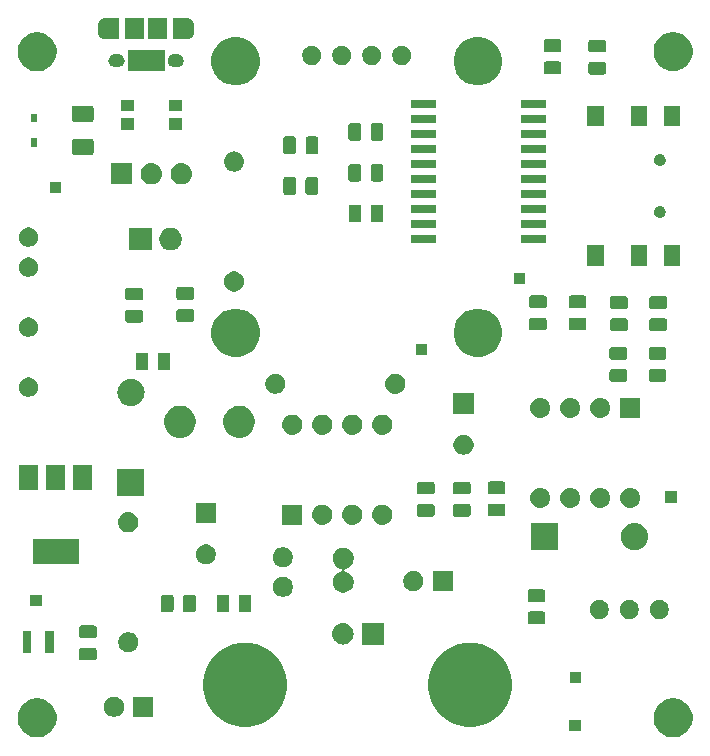
<source format=gbr>
G04 #@! TF.GenerationSoftware,KiCad,Pcbnew,(5.1.2-1)-1*
G04 #@! TF.CreationDate,2019-08-12T18:01:04-07:00*
G04 #@! TF.ProjectId,powersupply,706f7765-7273-4757-9070-6c792e6b6963,rev?*
G04 #@! TF.SameCoordinates,Original*
G04 #@! TF.FileFunction,Soldermask,Top*
G04 #@! TF.FilePolarity,Negative*
%FSLAX46Y46*%
G04 Gerber Fmt 4.6, Leading zero omitted, Abs format (unit mm)*
G04 Created by KiCad (PCBNEW (5.1.2-1)-1) date 2019-08-12 18:01:04*
%MOMM*%
%LPD*%
G04 APERTURE LIST*
%ADD10C,0.100000*%
G04 APERTURE END LIST*
D10*
G36*
X86495256Y-86341298D02*
G01*
X86601579Y-86362447D01*
X86814037Y-86450450D01*
X86855248Y-86467520D01*
X86902042Y-86486903D01*
X87172451Y-86667585D01*
X87402415Y-86897549D01*
X87583097Y-87167958D01*
X87680716Y-87403630D01*
X87707553Y-87468422D01*
X87771000Y-87787389D01*
X87771000Y-88112611D01*
X87736340Y-88286856D01*
X87707553Y-88431579D01*
X87583097Y-88732042D01*
X87402415Y-89002451D01*
X87172451Y-89232415D01*
X86902042Y-89413097D01*
X86601579Y-89537553D01*
X86495256Y-89558702D01*
X86282611Y-89601000D01*
X85957389Y-89601000D01*
X85744744Y-89558702D01*
X85638421Y-89537553D01*
X85337958Y-89413097D01*
X85067549Y-89232415D01*
X84837585Y-89002451D01*
X84656903Y-88732042D01*
X84532447Y-88431579D01*
X84503660Y-88286856D01*
X84469000Y-88112611D01*
X84469000Y-87787389D01*
X84532447Y-87468422D01*
X84559285Y-87403630D01*
X84656903Y-87167958D01*
X84837585Y-86897549D01*
X85067549Y-86667585D01*
X85337958Y-86486903D01*
X85384753Y-86467520D01*
X85425963Y-86450450D01*
X85638421Y-86362447D01*
X85744744Y-86341298D01*
X85957389Y-86299000D01*
X86282611Y-86299000D01*
X86495256Y-86341298D01*
X86495256Y-86341298D01*
G37*
G36*
X32645256Y-86341298D02*
G01*
X32751579Y-86362447D01*
X32964037Y-86450450D01*
X33005248Y-86467520D01*
X33052042Y-86486903D01*
X33322451Y-86667585D01*
X33552415Y-86897549D01*
X33733097Y-87167958D01*
X33830716Y-87403630D01*
X33857553Y-87468422D01*
X33921000Y-87787389D01*
X33921000Y-88112611D01*
X33886340Y-88286856D01*
X33857553Y-88431579D01*
X33733097Y-88732042D01*
X33552415Y-89002451D01*
X33322451Y-89232415D01*
X33052042Y-89413097D01*
X32751579Y-89537553D01*
X32645256Y-89558702D01*
X32432611Y-89601000D01*
X32107389Y-89601000D01*
X31894744Y-89558702D01*
X31788421Y-89537553D01*
X31487958Y-89413097D01*
X31217549Y-89232415D01*
X30987585Y-89002451D01*
X30806903Y-88732042D01*
X30682447Y-88431579D01*
X30653660Y-88286856D01*
X30619000Y-88112611D01*
X30619000Y-87787389D01*
X30682447Y-87468422D01*
X30709285Y-87403630D01*
X30806903Y-87167958D01*
X30987585Y-86897549D01*
X31217549Y-86667585D01*
X31487958Y-86486903D01*
X31534753Y-86467520D01*
X31575963Y-86450450D01*
X31788421Y-86362447D01*
X31894744Y-86341298D01*
X32107389Y-86299000D01*
X32432611Y-86299000D01*
X32645256Y-86341298D01*
X32645256Y-86341298D01*
G37*
G36*
X78296000Y-89066000D02*
G01*
X77344000Y-89066000D01*
X77344000Y-88114000D01*
X78296000Y-88114000D01*
X78296000Y-89066000D01*
X78296000Y-89066000D01*
G37*
G36*
X69970787Y-81725462D02*
G01*
X69970790Y-81725463D01*
X69970789Y-81725463D01*
X70617029Y-81993144D01*
X71198631Y-82381758D01*
X71693242Y-82876369D01*
X72081856Y-83457971D01*
X72081856Y-83457972D01*
X72349538Y-84104213D01*
X72486000Y-84790256D01*
X72486000Y-85489744D01*
X72349538Y-86175787D01*
X72298501Y-86299000D01*
X72081856Y-86822029D01*
X71693242Y-87403631D01*
X71198631Y-87898242D01*
X70617029Y-88286856D01*
X70267636Y-88431579D01*
X69970787Y-88554538D01*
X69284744Y-88691000D01*
X68585256Y-88691000D01*
X67899213Y-88554538D01*
X67602364Y-88431579D01*
X67252971Y-88286856D01*
X66671369Y-87898242D01*
X66176758Y-87403631D01*
X65788144Y-86822029D01*
X65571499Y-86299000D01*
X65520462Y-86175787D01*
X65384000Y-85489744D01*
X65384000Y-84790256D01*
X65520462Y-84104213D01*
X65788144Y-83457972D01*
X65788144Y-83457971D01*
X66176758Y-82876369D01*
X66671369Y-82381758D01*
X67252971Y-81993144D01*
X67899211Y-81725463D01*
X67899210Y-81725463D01*
X67899213Y-81725462D01*
X68585256Y-81589000D01*
X69284744Y-81589000D01*
X69970787Y-81725462D01*
X69970787Y-81725462D01*
G37*
G36*
X50920787Y-81725462D02*
G01*
X50920790Y-81725463D01*
X50920789Y-81725463D01*
X51567029Y-81993144D01*
X52148631Y-82381758D01*
X52643242Y-82876369D01*
X53031856Y-83457971D01*
X53031856Y-83457972D01*
X53299538Y-84104213D01*
X53436000Y-84790256D01*
X53436000Y-85489744D01*
X53299538Y-86175787D01*
X53248501Y-86299000D01*
X53031856Y-86822029D01*
X52643242Y-87403631D01*
X52148631Y-87898242D01*
X51567029Y-88286856D01*
X51217636Y-88431579D01*
X50920787Y-88554538D01*
X50234744Y-88691000D01*
X49535256Y-88691000D01*
X48849213Y-88554538D01*
X48552364Y-88431579D01*
X48202971Y-88286856D01*
X47621369Y-87898242D01*
X47126758Y-87403631D01*
X46738144Y-86822029D01*
X46521499Y-86299000D01*
X46470462Y-86175787D01*
X46334000Y-85489744D01*
X46334000Y-84790256D01*
X46470462Y-84104213D01*
X46738144Y-83457972D01*
X46738144Y-83457971D01*
X47126758Y-82876369D01*
X47621369Y-82381758D01*
X48202971Y-81993144D01*
X48849211Y-81725463D01*
X48849210Y-81725463D01*
X48849213Y-81725462D01*
X49535256Y-81589000D01*
X50234744Y-81589000D01*
X50920787Y-81725462D01*
X50920787Y-81725462D01*
G37*
G36*
X42131000Y-87861000D02*
G01*
X40429000Y-87861000D01*
X40429000Y-86159000D01*
X42131000Y-86159000D01*
X42131000Y-87861000D01*
X42131000Y-87861000D01*
G37*
G36*
X39028228Y-86191703D02*
G01*
X39183100Y-86255853D01*
X39322481Y-86348985D01*
X39441015Y-86467519D01*
X39534147Y-86606900D01*
X39598297Y-86761772D01*
X39631000Y-86926184D01*
X39631000Y-87093816D01*
X39598297Y-87258228D01*
X39534147Y-87413100D01*
X39441015Y-87552481D01*
X39322481Y-87671015D01*
X39183100Y-87764147D01*
X39028228Y-87828297D01*
X38863816Y-87861000D01*
X38696184Y-87861000D01*
X38531772Y-87828297D01*
X38376900Y-87764147D01*
X38237519Y-87671015D01*
X38118985Y-87552481D01*
X38025853Y-87413100D01*
X37961703Y-87258228D01*
X37929000Y-87093816D01*
X37929000Y-86926184D01*
X37961703Y-86761772D01*
X38025853Y-86606900D01*
X38118985Y-86467519D01*
X38237519Y-86348985D01*
X38376900Y-86255853D01*
X38531772Y-86191703D01*
X38696184Y-86159000D01*
X38863816Y-86159000D01*
X39028228Y-86191703D01*
X39028228Y-86191703D01*
G37*
G36*
X78316000Y-85016000D02*
G01*
X77364000Y-85016000D01*
X77364000Y-84064000D01*
X78316000Y-84064000D01*
X78316000Y-85016000D01*
X78316000Y-85016000D01*
G37*
G36*
X37154468Y-82003565D02*
G01*
X37193138Y-82015296D01*
X37228777Y-82034346D01*
X37260017Y-82059983D01*
X37285654Y-82091223D01*
X37304704Y-82126862D01*
X37316435Y-82165532D01*
X37321000Y-82211888D01*
X37321000Y-82863112D01*
X37316435Y-82909468D01*
X37304704Y-82948138D01*
X37285654Y-82983777D01*
X37260017Y-83015017D01*
X37228777Y-83040654D01*
X37193138Y-83059704D01*
X37154468Y-83071435D01*
X37108112Y-83076000D01*
X36031888Y-83076000D01*
X35985532Y-83071435D01*
X35946862Y-83059704D01*
X35911223Y-83040654D01*
X35879983Y-83015017D01*
X35854346Y-82983777D01*
X35835296Y-82948138D01*
X35823565Y-82909468D01*
X35819000Y-82863112D01*
X35819000Y-82211888D01*
X35823565Y-82165532D01*
X35835296Y-82126862D01*
X35854346Y-82091223D01*
X35879983Y-82059983D01*
X35911223Y-82034346D01*
X35946862Y-82015296D01*
X35985532Y-82003565D01*
X36031888Y-81999000D01*
X37108112Y-81999000D01*
X37154468Y-82003565D01*
X37154468Y-82003565D01*
G37*
G36*
X31796000Y-82431000D02*
G01*
X31044000Y-82431000D01*
X31044000Y-80629000D01*
X31796000Y-80629000D01*
X31796000Y-82431000D01*
X31796000Y-82431000D01*
G37*
G36*
X33696000Y-82431000D02*
G01*
X32944000Y-82431000D01*
X32944000Y-80629000D01*
X33696000Y-80629000D01*
X33696000Y-82431000D01*
X33696000Y-82431000D01*
G37*
G36*
X40248228Y-80721703D02*
G01*
X40403100Y-80785853D01*
X40542481Y-80878985D01*
X40661015Y-80997519D01*
X40754147Y-81136900D01*
X40818297Y-81291772D01*
X40851000Y-81456184D01*
X40851000Y-81623816D01*
X40818297Y-81788228D01*
X40754147Y-81943100D01*
X40661015Y-82082481D01*
X40542481Y-82201015D01*
X40403100Y-82294147D01*
X40248228Y-82358297D01*
X40083816Y-82391000D01*
X39916184Y-82391000D01*
X39751772Y-82358297D01*
X39596900Y-82294147D01*
X39457519Y-82201015D01*
X39338985Y-82082481D01*
X39245853Y-81943100D01*
X39181703Y-81788228D01*
X39149000Y-81623816D01*
X39149000Y-81456184D01*
X39181703Y-81291772D01*
X39245853Y-81136900D01*
X39338985Y-80997519D01*
X39457519Y-80878985D01*
X39596900Y-80785853D01*
X39751772Y-80721703D01*
X39916184Y-80689000D01*
X40083816Y-80689000D01*
X40248228Y-80721703D01*
X40248228Y-80721703D01*
G37*
G36*
X58280443Y-79945519D02*
G01*
X58346627Y-79952037D01*
X58516466Y-80003557D01*
X58672991Y-80087222D01*
X58708729Y-80116552D01*
X58810186Y-80199814D01*
X58884635Y-80290532D01*
X58922778Y-80337009D01*
X59006443Y-80493534D01*
X59057963Y-80663373D01*
X59075359Y-80840000D01*
X59057963Y-81016627D01*
X59006443Y-81186466D01*
X58922778Y-81342991D01*
X58893448Y-81378729D01*
X58810186Y-81480186D01*
X58708729Y-81563448D01*
X58672991Y-81592778D01*
X58516466Y-81676443D01*
X58346627Y-81727963D01*
X58280442Y-81734482D01*
X58214260Y-81741000D01*
X58125740Y-81741000D01*
X58059558Y-81734482D01*
X57993373Y-81727963D01*
X57823534Y-81676443D01*
X57667009Y-81592778D01*
X57631271Y-81563448D01*
X57529814Y-81480186D01*
X57446552Y-81378729D01*
X57417222Y-81342991D01*
X57333557Y-81186466D01*
X57282037Y-81016627D01*
X57264641Y-80840000D01*
X57282037Y-80663373D01*
X57333557Y-80493534D01*
X57417222Y-80337009D01*
X57455365Y-80290532D01*
X57529814Y-80199814D01*
X57631271Y-80116552D01*
X57667009Y-80087222D01*
X57823534Y-80003557D01*
X57993373Y-79952037D01*
X58059557Y-79945519D01*
X58125740Y-79939000D01*
X58214260Y-79939000D01*
X58280443Y-79945519D01*
X58280443Y-79945519D01*
G37*
G36*
X61611000Y-81741000D02*
G01*
X59809000Y-81741000D01*
X59809000Y-79939000D01*
X61611000Y-79939000D01*
X61611000Y-81741000D01*
X61611000Y-81741000D01*
G37*
G36*
X37154468Y-80128565D02*
G01*
X37193138Y-80140296D01*
X37228777Y-80159346D01*
X37260017Y-80184983D01*
X37285654Y-80216223D01*
X37304704Y-80251862D01*
X37316435Y-80290532D01*
X37321000Y-80336888D01*
X37321000Y-80988112D01*
X37316435Y-81034468D01*
X37304704Y-81073138D01*
X37285654Y-81108777D01*
X37260017Y-81140017D01*
X37228777Y-81165654D01*
X37193138Y-81184704D01*
X37154468Y-81196435D01*
X37108112Y-81201000D01*
X36031888Y-81201000D01*
X35985532Y-81196435D01*
X35946862Y-81184704D01*
X35911223Y-81165654D01*
X35879983Y-81140017D01*
X35854346Y-81108777D01*
X35835296Y-81073138D01*
X35823565Y-81034468D01*
X35819000Y-80988112D01*
X35819000Y-80336888D01*
X35823565Y-80290532D01*
X35835296Y-80251862D01*
X35854346Y-80216223D01*
X35879983Y-80184983D01*
X35911223Y-80159346D01*
X35946862Y-80140296D01*
X35985532Y-80128565D01*
X36031888Y-80124000D01*
X37108112Y-80124000D01*
X37154468Y-80128565D01*
X37154468Y-80128565D01*
G37*
G36*
X75134468Y-78943565D02*
G01*
X75173138Y-78955296D01*
X75208777Y-78974346D01*
X75240017Y-78999983D01*
X75265654Y-79031223D01*
X75284704Y-79066862D01*
X75296435Y-79105532D01*
X75301000Y-79151888D01*
X75301000Y-79803112D01*
X75296435Y-79849468D01*
X75284704Y-79888138D01*
X75265654Y-79923777D01*
X75240017Y-79955017D01*
X75208777Y-79980654D01*
X75173138Y-79999704D01*
X75134468Y-80011435D01*
X75088112Y-80016000D01*
X74011888Y-80016000D01*
X73965532Y-80011435D01*
X73926862Y-79999704D01*
X73891223Y-79980654D01*
X73859983Y-79955017D01*
X73834346Y-79923777D01*
X73815296Y-79888138D01*
X73803565Y-79849468D01*
X73799000Y-79803112D01*
X73799000Y-79151888D01*
X73803565Y-79105532D01*
X73815296Y-79066862D01*
X73834346Y-79031223D01*
X73859983Y-78999983D01*
X73891223Y-78974346D01*
X73926862Y-78955296D01*
X73965532Y-78943565D01*
X74011888Y-78939000D01*
X75088112Y-78939000D01*
X75134468Y-78943565D01*
X75134468Y-78943565D01*
G37*
G36*
X80107142Y-77978242D02*
G01*
X80255101Y-78039529D01*
X80388255Y-78128499D01*
X80501501Y-78241745D01*
X80590471Y-78374899D01*
X80651758Y-78522858D01*
X80683000Y-78679925D01*
X80683000Y-78840075D01*
X80651758Y-78997142D01*
X80590471Y-79145101D01*
X80501501Y-79278255D01*
X80388255Y-79391501D01*
X80255101Y-79480471D01*
X80107142Y-79541758D01*
X79950075Y-79573000D01*
X79789925Y-79573000D01*
X79632858Y-79541758D01*
X79484899Y-79480471D01*
X79351745Y-79391501D01*
X79238499Y-79278255D01*
X79149529Y-79145101D01*
X79088242Y-78997142D01*
X79057000Y-78840075D01*
X79057000Y-78679925D01*
X79088242Y-78522858D01*
X79149529Y-78374899D01*
X79238499Y-78241745D01*
X79351745Y-78128499D01*
X79484899Y-78039529D01*
X79632858Y-77978242D01*
X79789925Y-77947000D01*
X79950075Y-77947000D01*
X80107142Y-77978242D01*
X80107142Y-77978242D01*
G37*
G36*
X82647142Y-77978242D02*
G01*
X82795101Y-78039529D01*
X82928255Y-78128499D01*
X83041501Y-78241745D01*
X83130471Y-78374899D01*
X83191758Y-78522858D01*
X83223000Y-78679925D01*
X83223000Y-78840075D01*
X83191758Y-78997142D01*
X83130471Y-79145101D01*
X83041501Y-79278255D01*
X82928255Y-79391501D01*
X82795101Y-79480471D01*
X82647142Y-79541758D01*
X82490075Y-79573000D01*
X82329925Y-79573000D01*
X82172858Y-79541758D01*
X82024899Y-79480471D01*
X81891745Y-79391501D01*
X81778499Y-79278255D01*
X81689529Y-79145101D01*
X81628242Y-78997142D01*
X81597000Y-78840075D01*
X81597000Y-78679925D01*
X81628242Y-78522858D01*
X81689529Y-78374899D01*
X81778499Y-78241745D01*
X81891745Y-78128499D01*
X82024899Y-78039529D01*
X82172858Y-77978242D01*
X82329925Y-77947000D01*
X82490075Y-77947000D01*
X82647142Y-77978242D01*
X82647142Y-77978242D01*
G37*
G36*
X85187142Y-77978242D02*
G01*
X85335101Y-78039529D01*
X85468255Y-78128499D01*
X85581501Y-78241745D01*
X85670471Y-78374899D01*
X85731758Y-78522858D01*
X85763000Y-78679925D01*
X85763000Y-78840075D01*
X85731758Y-78997142D01*
X85670471Y-79145101D01*
X85581501Y-79278255D01*
X85468255Y-79391501D01*
X85335101Y-79480471D01*
X85187142Y-79541758D01*
X85030075Y-79573000D01*
X84869925Y-79573000D01*
X84712858Y-79541758D01*
X84564899Y-79480471D01*
X84431745Y-79391501D01*
X84318499Y-79278255D01*
X84229529Y-79145101D01*
X84168242Y-78997142D01*
X84137000Y-78840075D01*
X84137000Y-78679925D01*
X84168242Y-78522858D01*
X84229529Y-78374899D01*
X84318499Y-78241745D01*
X84431745Y-78128499D01*
X84564899Y-78039529D01*
X84712858Y-77978242D01*
X84869925Y-77947000D01*
X85030075Y-77947000D01*
X85187142Y-77978242D01*
X85187142Y-77978242D01*
G37*
G36*
X43664468Y-77523565D02*
G01*
X43703138Y-77535296D01*
X43738777Y-77554346D01*
X43770017Y-77579983D01*
X43795654Y-77611223D01*
X43814704Y-77646862D01*
X43826435Y-77685532D01*
X43831000Y-77731888D01*
X43831000Y-78808112D01*
X43826435Y-78854468D01*
X43814704Y-78893138D01*
X43795654Y-78928777D01*
X43770017Y-78960017D01*
X43738777Y-78985654D01*
X43703138Y-79004704D01*
X43664468Y-79016435D01*
X43618112Y-79021000D01*
X42966888Y-79021000D01*
X42920532Y-79016435D01*
X42881862Y-79004704D01*
X42846223Y-78985654D01*
X42814983Y-78960017D01*
X42789346Y-78928777D01*
X42770296Y-78893138D01*
X42758565Y-78854468D01*
X42754000Y-78808112D01*
X42754000Y-77731888D01*
X42758565Y-77685532D01*
X42770296Y-77646862D01*
X42789346Y-77611223D01*
X42814983Y-77579983D01*
X42846223Y-77554346D01*
X42881862Y-77535296D01*
X42920532Y-77523565D01*
X42966888Y-77519000D01*
X43618112Y-77519000D01*
X43664468Y-77523565D01*
X43664468Y-77523565D01*
G37*
G36*
X50259468Y-77523565D02*
G01*
X50298138Y-77535296D01*
X50333777Y-77554346D01*
X50365017Y-77579983D01*
X50390654Y-77611223D01*
X50409704Y-77646862D01*
X50421435Y-77685532D01*
X50426000Y-77731888D01*
X50426000Y-78808112D01*
X50421435Y-78854468D01*
X50409704Y-78893138D01*
X50390654Y-78928777D01*
X50365017Y-78960017D01*
X50333777Y-78985654D01*
X50298138Y-79004704D01*
X50259468Y-79016435D01*
X50213112Y-79021000D01*
X49561888Y-79021000D01*
X49515532Y-79016435D01*
X49476862Y-79004704D01*
X49441223Y-78985654D01*
X49409983Y-78960017D01*
X49384346Y-78928777D01*
X49365296Y-78893138D01*
X49353565Y-78854468D01*
X49349000Y-78808112D01*
X49349000Y-77731888D01*
X49353565Y-77685532D01*
X49365296Y-77646862D01*
X49384346Y-77611223D01*
X49409983Y-77579983D01*
X49441223Y-77554346D01*
X49476862Y-77535296D01*
X49515532Y-77523565D01*
X49561888Y-77519000D01*
X50213112Y-77519000D01*
X50259468Y-77523565D01*
X50259468Y-77523565D01*
G37*
G36*
X45539468Y-77523565D02*
G01*
X45578138Y-77535296D01*
X45613777Y-77554346D01*
X45645017Y-77579983D01*
X45670654Y-77611223D01*
X45689704Y-77646862D01*
X45701435Y-77685532D01*
X45706000Y-77731888D01*
X45706000Y-78808112D01*
X45701435Y-78854468D01*
X45689704Y-78893138D01*
X45670654Y-78928777D01*
X45645017Y-78960017D01*
X45613777Y-78985654D01*
X45578138Y-79004704D01*
X45539468Y-79016435D01*
X45493112Y-79021000D01*
X44841888Y-79021000D01*
X44795532Y-79016435D01*
X44756862Y-79004704D01*
X44721223Y-78985654D01*
X44689983Y-78960017D01*
X44664346Y-78928777D01*
X44645296Y-78893138D01*
X44633565Y-78854468D01*
X44629000Y-78808112D01*
X44629000Y-77731888D01*
X44633565Y-77685532D01*
X44645296Y-77646862D01*
X44664346Y-77611223D01*
X44689983Y-77579983D01*
X44721223Y-77554346D01*
X44756862Y-77535296D01*
X44795532Y-77523565D01*
X44841888Y-77519000D01*
X45493112Y-77519000D01*
X45539468Y-77523565D01*
X45539468Y-77523565D01*
G37*
G36*
X48384468Y-77523565D02*
G01*
X48423138Y-77535296D01*
X48458777Y-77554346D01*
X48490017Y-77579983D01*
X48515654Y-77611223D01*
X48534704Y-77646862D01*
X48546435Y-77685532D01*
X48551000Y-77731888D01*
X48551000Y-78808112D01*
X48546435Y-78854468D01*
X48534704Y-78893138D01*
X48515654Y-78928777D01*
X48490017Y-78960017D01*
X48458777Y-78985654D01*
X48423138Y-79004704D01*
X48384468Y-79016435D01*
X48338112Y-79021000D01*
X47686888Y-79021000D01*
X47640532Y-79016435D01*
X47601862Y-79004704D01*
X47566223Y-78985654D01*
X47534983Y-78960017D01*
X47509346Y-78928777D01*
X47490296Y-78893138D01*
X47478565Y-78854468D01*
X47474000Y-78808112D01*
X47474000Y-77731888D01*
X47478565Y-77685532D01*
X47490296Y-77646862D01*
X47509346Y-77611223D01*
X47534983Y-77579983D01*
X47566223Y-77554346D01*
X47601862Y-77535296D01*
X47640532Y-77523565D01*
X47686888Y-77519000D01*
X48338112Y-77519000D01*
X48384468Y-77523565D01*
X48384468Y-77523565D01*
G37*
G36*
X32656000Y-78506000D02*
G01*
X31704000Y-78506000D01*
X31704000Y-77554000D01*
X32656000Y-77554000D01*
X32656000Y-78506000D01*
X32656000Y-78506000D01*
G37*
G36*
X75134468Y-77068565D02*
G01*
X75173138Y-77080296D01*
X75208777Y-77099346D01*
X75240017Y-77124983D01*
X75265654Y-77156223D01*
X75284704Y-77191862D01*
X75296435Y-77230532D01*
X75301000Y-77276888D01*
X75301000Y-77928112D01*
X75296435Y-77974468D01*
X75284704Y-78013138D01*
X75265654Y-78048777D01*
X75240017Y-78080017D01*
X75208777Y-78105654D01*
X75173138Y-78124704D01*
X75134468Y-78136435D01*
X75088112Y-78141000D01*
X74011888Y-78141000D01*
X73965532Y-78136435D01*
X73926862Y-78124704D01*
X73891223Y-78105654D01*
X73859983Y-78080017D01*
X73834346Y-78048777D01*
X73815296Y-78013138D01*
X73803565Y-77974468D01*
X73799000Y-77928112D01*
X73799000Y-77276888D01*
X73803565Y-77230532D01*
X73815296Y-77191862D01*
X73834346Y-77156223D01*
X73859983Y-77124983D01*
X73891223Y-77099346D01*
X73926862Y-77080296D01*
X73965532Y-77068565D01*
X74011888Y-77064000D01*
X75088112Y-77064000D01*
X75134468Y-77068565D01*
X75134468Y-77068565D01*
G37*
G36*
X53328228Y-76031703D02*
G01*
X53483100Y-76095853D01*
X53622481Y-76188985D01*
X53741015Y-76307519D01*
X53834147Y-76446900D01*
X53898297Y-76601772D01*
X53931000Y-76766184D01*
X53931000Y-76933816D01*
X53898297Y-77098228D01*
X53834147Y-77253100D01*
X53741015Y-77392481D01*
X53622481Y-77511015D01*
X53483100Y-77604147D01*
X53328228Y-77668297D01*
X53163816Y-77701000D01*
X52996184Y-77701000D01*
X52831772Y-77668297D01*
X52676900Y-77604147D01*
X52537519Y-77511015D01*
X52418985Y-77392481D01*
X52325853Y-77253100D01*
X52261703Y-77098228D01*
X52229000Y-76933816D01*
X52229000Y-76766184D01*
X52261703Y-76601772D01*
X52325853Y-76446900D01*
X52418985Y-76307519D01*
X52537519Y-76188985D01*
X52676900Y-76095853D01*
X52831772Y-76031703D01*
X52996184Y-75999000D01*
X53163816Y-75999000D01*
X53328228Y-76031703D01*
X53328228Y-76031703D01*
G37*
G36*
X58303512Y-73543927D02*
G01*
X58452812Y-73573624D01*
X58616784Y-73641544D01*
X58764354Y-73740147D01*
X58889853Y-73865646D01*
X58988456Y-74013216D01*
X59056376Y-74177188D01*
X59091000Y-74351259D01*
X59091000Y-74528741D01*
X59056376Y-74702812D01*
X58988456Y-74866784D01*
X58889853Y-75014354D01*
X58764354Y-75139853D01*
X58616784Y-75238456D01*
X58452812Y-75306376D01*
X58397362Y-75317405D01*
X58373922Y-75324516D01*
X58352311Y-75336067D01*
X58333369Y-75351613D01*
X58317824Y-75370555D01*
X58306273Y-75392165D01*
X58299160Y-75415614D01*
X58296758Y-75440000D01*
X58299160Y-75464387D01*
X58306273Y-75487835D01*
X58317824Y-75509446D01*
X58333370Y-75528388D01*
X58352312Y-75543933D01*
X58373922Y-75555484D01*
X58397362Y-75562595D01*
X58452812Y-75573624D01*
X58616784Y-75641544D01*
X58764354Y-75740147D01*
X58889853Y-75865646D01*
X58988456Y-76013216D01*
X59056376Y-76177188D01*
X59091000Y-76351259D01*
X59091000Y-76528741D01*
X59056376Y-76702812D01*
X58988456Y-76866784D01*
X58889853Y-77014354D01*
X58764354Y-77139853D01*
X58616784Y-77238456D01*
X58452812Y-77306376D01*
X58303512Y-77336073D01*
X58278742Y-77341000D01*
X58101258Y-77341000D01*
X58076488Y-77336073D01*
X57927188Y-77306376D01*
X57763216Y-77238456D01*
X57615646Y-77139853D01*
X57490147Y-77014354D01*
X57391544Y-76866784D01*
X57323624Y-76702812D01*
X57289000Y-76528741D01*
X57289000Y-76351259D01*
X57323624Y-76177188D01*
X57391544Y-76013216D01*
X57490147Y-75865646D01*
X57615646Y-75740147D01*
X57763216Y-75641544D01*
X57927188Y-75573624D01*
X57982638Y-75562595D01*
X58006078Y-75555484D01*
X58027689Y-75543933D01*
X58046631Y-75528387D01*
X58062176Y-75509445D01*
X58073727Y-75487835D01*
X58080840Y-75464386D01*
X58083242Y-75440000D01*
X58080840Y-75415613D01*
X58073727Y-75392165D01*
X58062176Y-75370554D01*
X58046630Y-75351612D01*
X58027688Y-75336067D01*
X58006078Y-75324516D01*
X57982638Y-75317405D01*
X57927188Y-75306376D01*
X57763216Y-75238456D01*
X57615646Y-75139853D01*
X57490147Y-75014354D01*
X57391544Y-74866784D01*
X57323624Y-74702812D01*
X57289000Y-74528741D01*
X57289000Y-74351259D01*
X57323624Y-74177188D01*
X57391544Y-74013216D01*
X57490147Y-73865646D01*
X57615646Y-73740147D01*
X57763216Y-73641544D01*
X57927188Y-73573624D01*
X58076488Y-73543927D01*
X58101258Y-73539000D01*
X58278742Y-73539000D01*
X58303512Y-73543927D01*
X58303512Y-73543927D01*
G37*
G36*
X67481000Y-77211000D02*
G01*
X65779000Y-77211000D01*
X65779000Y-75509000D01*
X67481000Y-75509000D01*
X67481000Y-77211000D01*
X67481000Y-77211000D01*
G37*
G36*
X64378228Y-75541703D02*
G01*
X64533100Y-75605853D01*
X64672481Y-75698985D01*
X64791015Y-75817519D01*
X64884147Y-75956900D01*
X64948297Y-76111772D01*
X64981000Y-76276184D01*
X64981000Y-76443816D01*
X64948297Y-76608228D01*
X64884147Y-76763100D01*
X64791015Y-76902481D01*
X64672481Y-77021015D01*
X64533100Y-77114147D01*
X64378228Y-77178297D01*
X64213816Y-77211000D01*
X64046184Y-77211000D01*
X63881772Y-77178297D01*
X63726900Y-77114147D01*
X63587519Y-77021015D01*
X63468985Y-76902481D01*
X63375853Y-76763100D01*
X63311703Y-76608228D01*
X63279000Y-76443816D01*
X63279000Y-76276184D01*
X63311703Y-76111772D01*
X63375853Y-75956900D01*
X63468985Y-75817519D01*
X63587519Y-75698985D01*
X63726900Y-75605853D01*
X63881772Y-75541703D01*
X64046184Y-75509000D01*
X64213816Y-75509000D01*
X64378228Y-75541703D01*
X64378228Y-75541703D01*
G37*
G36*
X53328228Y-73531703D02*
G01*
X53483100Y-73595853D01*
X53622481Y-73688985D01*
X53741015Y-73807519D01*
X53834147Y-73946900D01*
X53898297Y-74101772D01*
X53931000Y-74266184D01*
X53931000Y-74433816D01*
X53898297Y-74598228D01*
X53834147Y-74753100D01*
X53741015Y-74892481D01*
X53622481Y-75011015D01*
X53483100Y-75104147D01*
X53328228Y-75168297D01*
X53163816Y-75201000D01*
X52996184Y-75201000D01*
X52831772Y-75168297D01*
X52676900Y-75104147D01*
X52537519Y-75011015D01*
X52418985Y-74892481D01*
X52325853Y-74753100D01*
X52261703Y-74598228D01*
X52229000Y-74433816D01*
X52229000Y-74266184D01*
X52261703Y-74101772D01*
X52325853Y-73946900D01*
X52418985Y-73807519D01*
X52537519Y-73688985D01*
X52676900Y-73595853D01*
X52831772Y-73531703D01*
X52996184Y-73499000D01*
X53163816Y-73499000D01*
X53328228Y-73531703D01*
X53328228Y-73531703D01*
G37*
G36*
X46808228Y-73291703D02*
G01*
X46963100Y-73355853D01*
X47102481Y-73448985D01*
X47221015Y-73567519D01*
X47314147Y-73706900D01*
X47378297Y-73861772D01*
X47411000Y-74026184D01*
X47411000Y-74193816D01*
X47378297Y-74358228D01*
X47314147Y-74513100D01*
X47221015Y-74652481D01*
X47102481Y-74771015D01*
X46963100Y-74864147D01*
X46808228Y-74928297D01*
X46643816Y-74961000D01*
X46476184Y-74961000D01*
X46311772Y-74928297D01*
X46156900Y-74864147D01*
X46017519Y-74771015D01*
X45898985Y-74652481D01*
X45805853Y-74513100D01*
X45741703Y-74358228D01*
X45709000Y-74193816D01*
X45709000Y-74026184D01*
X45741703Y-73861772D01*
X45805853Y-73706900D01*
X45898985Y-73567519D01*
X46017519Y-73448985D01*
X46156900Y-73355853D01*
X46311772Y-73291703D01*
X46476184Y-73259000D01*
X46643816Y-73259000D01*
X46808228Y-73291703D01*
X46808228Y-73291703D01*
G37*
G36*
X35811000Y-74921000D02*
G01*
X31909000Y-74921000D01*
X31909000Y-72819000D01*
X35811000Y-72819000D01*
X35811000Y-74921000D01*
X35811000Y-74921000D01*
G37*
G36*
X76371000Y-73741000D02*
G01*
X74069000Y-73741000D01*
X74069000Y-71439000D01*
X76371000Y-71439000D01*
X76371000Y-73741000D01*
X76371000Y-73741000D01*
G37*
G36*
X83009271Y-71450103D02*
G01*
X83065635Y-71455654D01*
X83282600Y-71521470D01*
X83282602Y-71521471D01*
X83482555Y-71628347D01*
X83657818Y-71772182D01*
X83801653Y-71947445D01*
X83908529Y-72147398D01*
X83908530Y-72147400D01*
X83933890Y-72231000D01*
X83974346Y-72364366D01*
X83996569Y-72590000D01*
X83974346Y-72815634D01*
X83908529Y-73032602D01*
X83801653Y-73232555D01*
X83657818Y-73407818D01*
X83482555Y-73551653D01*
X83314379Y-73641544D01*
X83282600Y-73658530D01*
X83065635Y-73724346D01*
X83009271Y-73729897D01*
X82896545Y-73741000D01*
X82783455Y-73741000D01*
X82670729Y-73729897D01*
X82614365Y-73724346D01*
X82397400Y-73658530D01*
X82365621Y-73641544D01*
X82197445Y-73551653D01*
X82022182Y-73407818D01*
X81878347Y-73232555D01*
X81771471Y-73032602D01*
X81705654Y-72815634D01*
X81683431Y-72590000D01*
X81705654Y-72364366D01*
X81746110Y-72231000D01*
X81771470Y-72147400D01*
X81771471Y-72147398D01*
X81878347Y-71947445D01*
X82022182Y-71772182D01*
X82197445Y-71628347D01*
X82397398Y-71521471D01*
X82397400Y-71521470D01*
X82614365Y-71455654D01*
X82670729Y-71450103D01*
X82783455Y-71439000D01*
X82896545Y-71439000D01*
X83009271Y-71450103D01*
X83009271Y-71450103D01*
G37*
G36*
X40166823Y-70541313D02*
G01*
X40327242Y-70589976D01*
X40414750Y-70636750D01*
X40475078Y-70668996D01*
X40604659Y-70775341D01*
X40711004Y-70904922D01*
X40711005Y-70904924D01*
X40790024Y-71052758D01*
X40838687Y-71213177D01*
X40855117Y-71380000D01*
X40838687Y-71546823D01*
X40790024Y-71707242D01*
X40755313Y-71772182D01*
X40711004Y-71855078D01*
X40604659Y-71984659D01*
X40475078Y-72091004D01*
X40475076Y-72091005D01*
X40327242Y-72170024D01*
X40166823Y-72218687D01*
X40041804Y-72231000D01*
X39958196Y-72231000D01*
X39833177Y-72218687D01*
X39672758Y-72170024D01*
X39524924Y-72091005D01*
X39524922Y-72091004D01*
X39395341Y-71984659D01*
X39288996Y-71855078D01*
X39244687Y-71772182D01*
X39209976Y-71707242D01*
X39161313Y-71546823D01*
X39144883Y-71380000D01*
X39161313Y-71213177D01*
X39209976Y-71052758D01*
X39288995Y-70904924D01*
X39288996Y-70904922D01*
X39395341Y-70775341D01*
X39524922Y-70668996D01*
X39585250Y-70636750D01*
X39672758Y-70589976D01*
X39833177Y-70541313D01*
X39958196Y-70529000D01*
X40041804Y-70529000D01*
X40166823Y-70541313D01*
X40166823Y-70541313D01*
G37*
G36*
X61666823Y-69901313D02*
G01*
X61827242Y-69949976D01*
X61912471Y-69995532D01*
X61975078Y-70028996D01*
X62104659Y-70135341D01*
X62211004Y-70264922D01*
X62211005Y-70264924D01*
X62290024Y-70412758D01*
X62338687Y-70573177D01*
X62355117Y-70740000D01*
X62338687Y-70906823D01*
X62290024Y-71067242D01*
X62219114Y-71199906D01*
X62211004Y-71215078D01*
X62104659Y-71344659D01*
X61975078Y-71451004D01*
X61975076Y-71451005D01*
X61827242Y-71530024D01*
X61666823Y-71578687D01*
X61541804Y-71591000D01*
X61458196Y-71591000D01*
X61333177Y-71578687D01*
X61172758Y-71530024D01*
X61024924Y-71451005D01*
X61024922Y-71451004D01*
X60895341Y-71344659D01*
X60788996Y-71215078D01*
X60780886Y-71199906D01*
X60709976Y-71067242D01*
X60661313Y-70906823D01*
X60644883Y-70740000D01*
X60661313Y-70573177D01*
X60709976Y-70412758D01*
X60788995Y-70264924D01*
X60788996Y-70264922D01*
X60895341Y-70135341D01*
X61024922Y-70028996D01*
X61087529Y-69995532D01*
X61172758Y-69949976D01*
X61333177Y-69901313D01*
X61458196Y-69889000D01*
X61541804Y-69889000D01*
X61666823Y-69901313D01*
X61666823Y-69901313D01*
G37*
G36*
X59126823Y-69901313D02*
G01*
X59287242Y-69949976D01*
X59372471Y-69995532D01*
X59435078Y-70028996D01*
X59564659Y-70135341D01*
X59671004Y-70264922D01*
X59671005Y-70264924D01*
X59750024Y-70412758D01*
X59798687Y-70573177D01*
X59815117Y-70740000D01*
X59798687Y-70906823D01*
X59750024Y-71067242D01*
X59679114Y-71199906D01*
X59671004Y-71215078D01*
X59564659Y-71344659D01*
X59435078Y-71451004D01*
X59435076Y-71451005D01*
X59287242Y-71530024D01*
X59126823Y-71578687D01*
X59001804Y-71591000D01*
X58918196Y-71591000D01*
X58793177Y-71578687D01*
X58632758Y-71530024D01*
X58484924Y-71451005D01*
X58484922Y-71451004D01*
X58355341Y-71344659D01*
X58248996Y-71215078D01*
X58240886Y-71199906D01*
X58169976Y-71067242D01*
X58121313Y-70906823D01*
X58104883Y-70740000D01*
X58121313Y-70573177D01*
X58169976Y-70412758D01*
X58248995Y-70264924D01*
X58248996Y-70264922D01*
X58355341Y-70135341D01*
X58484922Y-70028996D01*
X58547529Y-69995532D01*
X58632758Y-69949976D01*
X58793177Y-69901313D01*
X58918196Y-69889000D01*
X59001804Y-69889000D01*
X59126823Y-69901313D01*
X59126823Y-69901313D01*
G37*
G36*
X56586823Y-69901313D02*
G01*
X56747242Y-69949976D01*
X56832471Y-69995532D01*
X56895078Y-70028996D01*
X57024659Y-70135341D01*
X57131004Y-70264922D01*
X57131005Y-70264924D01*
X57210024Y-70412758D01*
X57258687Y-70573177D01*
X57275117Y-70740000D01*
X57258687Y-70906823D01*
X57210024Y-71067242D01*
X57139114Y-71199906D01*
X57131004Y-71215078D01*
X57024659Y-71344659D01*
X56895078Y-71451004D01*
X56895076Y-71451005D01*
X56747242Y-71530024D01*
X56586823Y-71578687D01*
X56461804Y-71591000D01*
X56378196Y-71591000D01*
X56253177Y-71578687D01*
X56092758Y-71530024D01*
X55944924Y-71451005D01*
X55944922Y-71451004D01*
X55815341Y-71344659D01*
X55708996Y-71215078D01*
X55700886Y-71199906D01*
X55629976Y-71067242D01*
X55581313Y-70906823D01*
X55564883Y-70740000D01*
X55581313Y-70573177D01*
X55629976Y-70412758D01*
X55708995Y-70264924D01*
X55708996Y-70264922D01*
X55815341Y-70135341D01*
X55944922Y-70028996D01*
X56007529Y-69995532D01*
X56092758Y-69949976D01*
X56253177Y-69901313D01*
X56378196Y-69889000D01*
X56461804Y-69889000D01*
X56586823Y-69901313D01*
X56586823Y-69901313D01*
G37*
G36*
X54731000Y-71591000D02*
G01*
X53029000Y-71591000D01*
X53029000Y-69889000D01*
X54731000Y-69889000D01*
X54731000Y-71591000D01*
X54731000Y-71591000D01*
G37*
G36*
X47411000Y-71461000D02*
G01*
X45709000Y-71461000D01*
X45709000Y-69759000D01*
X47411000Y-69759000D01*
X47411000Y-71461000D01*
X47411000Y-71461000D01*
G37*
G36*
X68814468Y-69833565D02*
G01*
X68853138Y-69845296D01*
X68888777Y-69864346D01*
X68920017Y-69889983D01*
X68945654Y-69921223D01*
X68964704Y-69956862D01*
X68976435Y-69995532D01*
X68981000Y-70041888D01*
X68981000Y-70693112D01*
X68976435Y-70739468D01*
X68964704Y-70778138D01*
X68945654Y-70813777D01*
X68920017Y-70845017D01*
X68888777Y-70870654D01*
X68853138Y-70889704D01*
X68814468Y-70901435D01*
X68768112Y-70906000D01*
X67691888Y-70906000D01*
X67645532Y-70901435D01*
X67606862Y-70889704D01*
X67571223Y-70870654D01*
X67539983Y-70845017D01*
X67514346Y-70813777D01*
X67495296Y-70778138D01*
X67483565Y-70739468D01*
X67479000Y-70693112D01*
X67479000Y-70041888D01*
X67483565Y-69995532D01*
X67495296Y-69956862D01*
X67514346Y-69921223D01*
X67539983Y-69889983D01*
X67571223Y-69864346D01*
X67606862Y-69845296D01*
X67645532Y-69833565D01*
X67691888Y-69829000D01*
X68768112Y-69829000D01*
X68814468Y-69833565D01*
X68814468Y-69833565D01*
G37*
G36*
X65764468Y-69833565D02*
G01*
X65803138Y-69845296D01*
X65838777Y-69864346D01*
X65870017Y-69889983D01*
X65895654Y-69921223D01*
X65914704Y-69956862D01*
X65926435Y-69995532D01*
X65931000Y-70041888D01*
X65931000Y-70693112D01*
X65926435Y-70739468D01*
X65914704Y-70778138D01*
X65895654Y-70813777D01*
X65870017Y-70845017D01*
X65838777Y-70870654D01*
X65803138Y-70889704D01*
X65764468Y-70901435D01*
X65718112Y-70906000D01*
X64641888Y-70906000D01*
X64595532Y-70901435D01*
X64556862Y-70889704D01*
X64521223Y-70870654D01*
X64489983Y-70845017D01*
X64464346Y-70813777D01*
X64445296Y-70778138D01*
X64433565Y-70739468D01*
X64429000Y-70693112D01*
X64429000Y-70041888D01*
X64433565Y-69995532D01*
X64445296Y-69956862D01*
X64464346Y-69921223D01*
X64489983Y-69889983D01*
X64521223Y-69864346D01*
X64556862Y-69845296D01*
X64595532Y-69833565D01*
X64641888Y-69829000D01*
X65718112Y-69829000D01*
X65764468Y-69833565D01*
X65764468Y-69833565D01*
G37*
G36*
X71764468Y-69803565D02*
G01*
X71803138Y-69815296D01*
X71838777Y-69834346D01*
X71870017Y-69859983D01*
X71895654Y-69891223D01*
X71914704Y-69926862D01*
X71926435Y-69965532D01*
X71931000Y-70011888D01*
X71931000Y-70663112D01*
X71926435Y-70709468D01*
X71914704Y-70748138D01*
X71895654Y-70783777D01*
X71870017Y-70815017D01*
X71838777Y-70840654D01*
X71803138Y-70859704D01*
X71764468Y-70871435D01*
X71718112Y-70876000D01*
X70641888Y-70876000D01*
X70595532Y-70871435D01*
X70556862Y-70859704D01*
X70521223Y-70840654D01*
X70489983Y-70815017D01*
X70464346Y-70783777D01*
X70445296Y-70748138D01*
X70433565Y-70709468D01*
X70429000Y-70663112D01*
X70429000Y-70011888D01*
X70433565Y-69965532D01*
X70445296Y-69926862D01*
X70464346Y-69891223D01*
X70489983Y-69859983D01*
X70521223Y-69834346D01*
X70556862Y-69815296D01*
X70595532Y-69803565D01*
X70641888Y-69799000D01*
X71718112Y-69799000D01*
X71764468Y-69803565D01*
X71764468Y-69803565D01*
G37*
G36*
X75036823Y-68481313D02*
G01*
X75197242Y-68529976D01*
X75329906Y-68600886D01*
X75345078Y-68608996D01*
X75474659Y-68715341D01*
X75581004Y-68844922D01*
X75581005Y-68844924D01*
X75660024Y-68992758D01*
X75660025Y-68992761D01*
X75660955Y-68995826D01*
X75708687Y-69153177D01*
X75725117Y-69320000D01*
X75708687Y-69486823D01*
X75660024Y-69647242D01*
X75617927Y-69726000D01*
X75581004Y-69795078D01*
X75474659Y-69924659D01*
X75345078Y-70031004D01*
X75345076Y-70031005D01*
X75197242Y-70110024D01*
X75036823Y-70158687D01*
X74911804Y-70171000D01*
X74828196Y-70171000D01*
X74703177Y-70158687D01*
X74542758Y-70110024D01*
X74394924Y-70031005D01*
X74394922Y-70031004D01*
X74265341Y-69924659D01*
X74158996Y-69795078D01*
X74122073Y-69726000D01*
X74079976Y-69647242D01*
X74031313Y-69486823D01*
X74014883Y-69320000D01*
X74031313Y-69153177D01*
X74079045Y-68995826D01*
X74079975Y-68992761D01*
X74079976Y-68992758D01*
X74158995Y-68844924D01*
X74158996Y-68844922D01*
X74265341Y-68715341D01*
X74394922Y-68608996D01*
X74410094Y-68600886D01*
X74542758Y-68529976D01*
X74703177Y-68481313D01*
X74828196Y-68469000D01*
X74911804Y-68469000D01*
X75036823Y-68481313D01*
X75036823Y-68481313D01*
G37*
G36*
X80116823Y-68481313D02*
G01*
X80277242Y-68529976D01*
X80409906Y-68600886D01*
X80425078Y-68608996D01*
X80554659Y-68715341D01*
X80661004Y-68844922D01*
X80661005Y-68844924D01*
X80740024Y-68992758D01*
X80740025Y-68992761D01*
X80740955Y-68995826D01*
X80788687Y-69153177D01*
X80805117Y-69320000D01*
X80788687Y-69486823D01*
X80740024Y-69647242D01*
X80697927Y-69726000D01*
X80661004Y-69795078D01*
X80554659Y-69924659D01*
X80425078Y-70031004D01*
X80425076Y-70031005D01*
X80277242Y-70110024D01*
X80116823Y-70158687D01*
X79991804Y-70171000D01*
X79908196Y-70171000D01*
X79783177Y-70158687D01*
X79622758Y-70110024D01*
X79474924Y-70031005D01*
X79474922Y-70031004D01*
X79345341Y-69924659D01*
X79238996Y-69795078D01*
X79202073Y-69726000D01*
X79159976Y-69647242D01*
X79111313Y-69486823D01*
X79094883Y-69320000D01*
X79111313Y-69153177D01*
X79159045Y-68995826D01*
X79159975Y-68992761D01*
X79159976Y-68992758D01*
X79238995Y-68844924D01*
X79238996Y-68844922D01*
X79345341Y-68715341D01*
X79474922Y-68608996D01*
X79490094Y-68600886D01*
X79622758Y-68529976D01*
X79783177Y-68481313D01*
X79908196Y-68469000D01*
X79991804Y-68469000D01*
X80116823Y-68481313D01*
X80116823Y-68481313D01*
G37*
G36*
X77576823Y-68481313D02*
G01*
X77737242Y-68529976D01*
X77869906Y-68600886D01*
X77885078Y-68608996D01*
X78014659Y-68715341D01*
X78121004Y-68844922D01*
X78121005Y-68844924D01*
X78200024Y-68992758D01*
X78200025Y-68992761D01*
X78200955Y-68995826D01*
X78248687Y-69153177D01*
X78265117Y-69320000D01*
X78248687Y-69486823D01*
X78200024Y-69647242D01*
X78157927Y-69726000D01*
X78121004Y-69795078D01*
X78014659Y-69924659D01*
X77885078Y-70031004D01*
X77885076Y-70031005D01*
X77737242Y-70110024D01*
X77576823Y-70158687D01*
X77451804Y-70171000D01*
X77368196Y-70171000D01*
X77243177Y-70158687D01*
X77082758Y-70110024D01*
X76934924Y-70031005D01*
X76934922Y-70031004D01*
X76805341Y-69924659D01*
X76698996Y-69795078D01*
X76662073Y-69726000D01*
X76619976Y-69647242D01*
X76571313Y-69486823D01*
X76554883Y-69320000D01*
X76571313Y-69153177D01*
X76619045Y-68995826D01*
X76619975Y-68992761D01*
X76619976Y-68992758D01*
X76698995Y-68844924D01*
X76698996Y-68844922D01*
X76805341Y-68715341D01*
X76934922Y-68608996D01*
X76950094Y-68600886D01*
X77082758Y-68529976D01*
X77243177Y-68481313D01*
X77368196Y-68469000D01*
X77451804Y-68469000D01*
X77576823Y-68481313D01*
X77576823Y-68481313D01*
G37*
G36*
X82656823Y-68481313D02*
G01*
X82817242Y-68529976D01*
X82949906Y-68600886D01*
X82965078Y-68608996D01*
X83094659Y-68715341D01*
X83201004Y-68844922D01*
X83201005Y-68844924D01*
X83280024Y-68992758D01*
X83280025Y-68992761D01*
X83280955Y-68995826D01*
X83328687Y-69153177D01*
X83345117Y-69320000D01*
X83328687Y-69486823D01*
X83280024Y-69647242D01*
X83237927Y-69726000D01*
X83201004Y-69795078D01*
X83094659Y-69924659D01*
X82965078Y-70031004D01*
X82965076Y-70031005D01*
X82817242Y-70110024D01*
X82656823Y-70158687D01*
X82531804Y-70171000D01*
X82448196Y-70171000D01*
X82323177Y-70158687D01*
X82162758Y-70110024D01*
X82014924Y-70031005D01*
X82014922Y-70031004D01*
X81885341Y-69924659D01*
X81778996Y-69795078D01*
X81742073Y-69726000D01*
X81699976Y-69647242D01*
X81651313Y-69486823D01*
X81634883Y-69320000D01*
X81651313Y-69153177D01*
X81699045Y-68995826D01*
X81699975Y-68992761D01*
X81699976Y-68992758D01*
X81778995Y-68844924D01*
X81778996Y-68844922D01*
X81885341Y-68715341D01*
X82014922Y-68608996D01*
X82030094Y-68600886D01*
X82162758Y-68529976D01*
X82323177Y-68481313D01*
X82448196Y-68469000D01*
X82531804Y-68469000D01*
X82656823Y-68481313D01*
X82656823Y-68481313D01*
G37*
G36*
X86426000Y-69726000D02*
G01*
X85474000Y-69726000D01*
X85474000Y-68774000D01*
X86426000Y-68774000D01*
X86426000Y-69726000D01*
X86426000Y-69726000D01*
G37*
G36*
X41371000Y-69151000D02*
G01*
X39069000Y-69151000D01*
X39069000Y-66849000D01*
X41371000Y-66849000D01*
X41371000Y-69151000D01*
X41371000Y-69151000D01*
G37*
G36*
X65764468Y-67958565D02*
G01*
X65803138Y-67970296D01*
X65838777Y-67989346D01*
X65870017Y-68014983D01*
X65895654Y-68046223D01*
X65914704Y-68081862D01*
X65926435Y-68120532D01*
X65931000Y-68166888D01*
X65931000Y-68818112D01*
X65926435Y-68864468D01*
X65914704Y-68903138D01*
X65895654Y-68938777D01*
X65870017Y-68970017D01*
X65838777Y-68995654D01*
X65803138Y-69014704D01*
X65764468Y-69026435D01*
X65718112Y-69031000D01*
X64641888Y-69031000D01*
X64595532Y-69026435D01*
X64556862Y-69014704D01*
X64521223Y-68995654D01*
X64489983Y-68970017D01*
X64464346Y-68938777D01*
X64445296Y-68903138D01*
X64433565Y-68864468D01*
X64429000Y-68818112D01*
X64429000Y-68166888D01*
X64433565Y-68120532D01*
X64445296Y-68081862D01*
X64464346Y-68046223D01*
X64489983Y-68014983D01*
X64521223Y-67989346D01*
X64556862Y-67970296D01*
X64595532Y-67958565D01*
X64641888Y-67954000D01*
X65718112Y-67954000D01*
X65764468Y-67958565D01*
X65764468Y-67958565D01*
G37*
G36*
X68814468Y-67958565D02*
G01*
X68853138Y-67970296D01*
X68888777Y-67989346D01*
X68920017Y-68014983D01*
X68945654Y-68046223D01*
X68964704Y-68081862D01*
X68976435Y-68120532D01*
X68981000Y-68166888D01*
X68981000Y-68818112D01*
X68976435Y-68864468D01*
X68964704Y-68903138D01*
X68945654Y-68938777D01*
X68920017Y-68970017D01*
X68888777Y-68995654D01*
X68853138Y-69014704D01*
X68814468Y-69026435D01*
X68768112Y-69031000D01*
X67691888Y-69031000D01*
X67645532Y-69026435D01*
X67606862Y-69014704D01*
X67571223Y-68995654D01*
X67539983Y-68970017D01*
X67514346Y-68938777D01*
X67495296Y-68903138D01*
X67483565Y-68864468D01*
X67479000Y-68818112D01*
X67479000Y-68166888D01*
X67483565Y-68120532D01*
X67495296Y-68081862D01*
X67514346Y-68046223D01*
X67539983Y-68014983D01*
X67571223Y-67989346D01*
X67606862Y-67970296D01*
X67645532Y-67958565D01*
X67691888Y-67954000D01*
X68768112Y-67954000D01*
X68814468Y-67958565D01*
X68814468Y-67958565D01*
G37*
G36*
X71764468Y-67928565D02*
G01*
X71803138Y-67940296D01*
X71838777Y-67959346D01*
X71870017Y-67984983D01*
X71895654Y-68016223D01*
X71914704Y-68051862D01*
X71926435Y-68090532D01*
X71931000Y-68136888D01*
X71931000Y-68788112D01*
X71926435Y-68834468D01*
X71914704Y-68873138D01*
X71895654Y-68908777D01*
X71870017Y-68940017D01*
X71838777Y-68965654D01*
X71803138Y-68984704D01*
X71764468Y-68996435D01*
X71718112Y-69001000D01*
X70641888Y-69001000D01*
X70595532Y-68996435D01*
X70556862Y-68984704D01*
X70521223Y-68965654D01*
X70489983Y-68940017D01*
X70464346Y-68908777D01*
X70445296Y-68873138D01*
X70433565Y-68834468D01*
X70429000Y-68788112D01*
X70429000Y-68136888D01*
X70433565Y-68090532D01*
X70445296Y-68051862D01*
X70464346Y-68016223D01*
X70489983Y-67984983D01*
X70521223Y-67959346D01*
X70556862Y-67940296D01*
X70595532Y-67928565D01*
X70641888Y-67924000D01*
X71718112Y-67924000D01*
X71764468Y-67928565D01*
X71764468Y-67928565D01*
G37*
G36*
X36961000Y-68621000D02*
G01*
X35359000Y-68621000D01*
X35359000Y-66519000D01*
X36961000Y-66519000D01*
X36961000Y-68621000D01*
X36961000Y-68621000D01*
G37*
G36*
X34661000Y-68621000D02*
G01*
X33059000Y-68621000D01*
X33059000Y-66519000D01*
X34661000Y-66519000D01*
X34661000Y-68621000D01*
X34661000Y-68621000D01*
G37*
G36*
X32361000Y-68621000D02*
G01*
X30759000Y-68621000D01*
X30759000Y-66519000D01*
X32361000Y-66519000D01*
X32361000Y-68621000D01*
X32361000Y-68621000D01*
G37*
G36*
X68628228Y-64011703D02*
G01*
X68783100Y-64075853D01*
X68922481Y-64168985D01*
X69041015Y-64287519D01*
X69134147Y-64426900D01*
X69198297Y-64581772D01*
X69231000Y-64746184D01*
X69231000Y-64913816D01*
X69198297Y-65078228D01*
X69134147Y-65233100D01*
X69041015Y-65372481D01*
X68922481Y-65491015D01*
X68783100Y-65584147D01*
X68628228Y-65648297D01*
X68463816Y-65681000D01*
X68296184Y-65681000D01*
X68131772Y-65648297D01*
X67976900Y-65584147D01*
X67837519Y-65491015D01*
X67718985Y-65372481D01*
X67625853Y-65233100D01*
X67561703Y-65078228D01*
X67529000Y-64913816D01*
X67529000Y-64746184D01*
X67561703Y-64581772D01*
X67625853Y-64426900D01*
X67718985Y-64287519D01*
X67837519Y-64168985D01*
X67976900Y-64075853D01*
X68131772Y-64011703D01*
X68296184Y-63979000D01*
X68463816Y-63979000D01*
X68628228Y-64011703D01*
X68628228Y-64011703D01*
G37*
G36*
X49584325Y-61533175D02*
G01*
X49774072Y-61570918D01*
X50019939Y-61672759D01*
X50241212Y-61820610D01*
X50429390Y-62008788D01*
X50577241Y-62230061D01*
X50679082Y-62475928D01*
X50731000Y-62736938D01*
X50731000Y-63003062D01*
X50679082Y-63264072D01*
X50577241Y-63509939D01*
X50502813Y-63621328D01*
X50429391Y-63731211D01*
X50241211Y-63919391D01*
X50163973Y-63971000D01*
X50019939Y-64067241D01*
X50019938Y-64067242D01*
X50019937Y-64067242D01*
X49774072Y-64169082D01*
X49513063Y-64221000D01*
X49246937Y-64221000D01*
X48985928Y-64169082D01*
X48740063Y-64067242D01*
X48740062Y-64067242D01*
X48740061Y-64067241D01*
X48596027Y-63971000D01*
X48518789Y-63919391D01*
X48330609Y-63731211D01*
X48257187Y-63621328D01*
X48182759Y-63509939D01*
X48080918Y-63264072D01*
X48029000Y-63003062D01*
X48029000Y-62736938D01*
X48080918Y-62475928D01*
X48182759Y-62230061D01*
X48330610Y-62008788D01*
X48518788Y-61820610D01*
X48740061Y-61672759D01*
X48985928Y-61570918D01*
X49175675Y-61533175D01*
X49246937Y-61519000D01*
X49513063Y-61519000D01*
X49584325Y-61533175D01*
X49584325Y-61533175D01*
G37*
G36*
X44584325Y-61533175D02*
G01*
X44774072Y-61570918D01*
X45019939Y-61672759D01*
X45241212Y-61820610D01*
X45429390Y-62008788D01*
X45577241Y-62230061D01*
X45679082Y-62475928D01*
X45731000Y-62736938D01*
X45731000Y-63003062D01*
X45679082Y-63264072D01*
X45577241Y-63509939D01*
X45502813Y-63621328D01*
X45429391Y-63731211D01*
X45241211Y-63919391D01*
X45163973Y-63971000D01*
X45019939Y-64067241D01*
X45019938Y-64067242D01*
X45019937Y-64067242D01*
X44774072Y-64169082D01*
X44513063Y-64221000D01*
X44246937Y-64221000D01*
X43985928Y-64169082D01*
X43740063Y-64067242D01*
X43740062Y-64067242D01*
X43740061Y-64067241D01*
X43596027Y-63971000D01*
X43518789Y-63919391D01*
X43330609Y-63731211D01*
X43257187Y-63621328D01*
X43182759Y-63509939D01*
X43080918Y-63264072D01*
X43029000Y-63003062D01*
X43029000Y-62736938D01*
X43080918Y-62475928D01*
X43182759Y-62230061D01*
X43330610Y-62008788D01*
X43518788Y-61820610D01*
X43740061Y-61672759D01*
X43985928Y-61570918D01*
X44175675Y-61533175D01*
X44246937Y-61519000D01*
X44513063Y-61519000D01*
X44584325Y-61533175D01*
X44584325Y-61533175D01*
G37*
G36*
X61666823Y-62281313D02*
G01*
X61827242Y-62329976D01*
X61959906Y-62400886D01*
X61975078Y-62408996D01*
X62104659Y-62515341D01*
X62211004Y-62644922D01*
X62211005Y-62644924D01*
X62290024Y-62792758D01*
X62338687Y-62953177D01*
X62355117Y-63120000D01*
X62338687Y-63286823D01*
X62290024Y-63447242D01*
X62219114Y-63579906D01*
X62211004Y-63595078D01*
X62104659Y-63724659D01*
X61975078Y-63831004D01*
X61975076Y-63831005D01*
X61827242Y-63910024D01*
X61666823Y-63958687D01*
X61541804Y-63971000D01*
X61458196Y-63971000D01*
X61333177Y-63958687D01*
X61172758Y-63910024D01*
X61024924Y-63831005D01*
X61024922Y-63831004D01*
X60895341Y-63724659D01*
X60788996Y-63595078D01*
X60780886Y-63579906D01*
X60709976Y-63447242D01*
X60661313Y-63286823D01*
X60644883Y-63120000D01*
X60661313Y-62953177D01*
X60709976Y-62792758D01*
X60788995Y-62644924D01*
X60788996Y-62644922D01*
X60895341Y-62515341D01*
X61024922Y-62408996D01*
X61040094Y-62400886D01*
X61172758Y-62329976D01*
X61333177Y-62281313D01*
X61458196Y-62269000D01*
X61541804Y-62269000D01*
X61666823Y-62281313D01*
X61666823Y-62281313D01*
G37*
G36*
X59126823Y-62281313D02*
G01*
X59287242Y-62329976D01*
X59419906Y-62400886D01*
X59435078Y-62408996D01*
X59564659Y-62515341D01*
X59671004Y-62644922D01*
X59671005Y-62644924D01*
X59750024Y-62792758D01*
X59798687Y-62953177D01*
X59815117Y-63120000D01*
X59798687Y-63286823D01*
X59750024Y-63447242D01*
X59679114Y-63579906D01*
X59671004Y-63595078D01*
X59564659Y-63724659D01*
X59435078Y-63831004D01*
X59435076Y-63831005D01*
X59287242Y-63910024D01*
X59126823Y-63958687D01*
X59001804Y-63971000D01*
X58918196Y-63971000D01*
X58793177Y-63958687D01*
X58632758Y-63910024D01*
X58484924Y-63831005D01*
X58484922Y-63831004D01*
X58355341Y-63724659D01*
X58248996Y-63595078D01*
X58240886Y-63579906D01*
X58169976Y-63447242D01*
X58121313Y-63286823D01*
X58104883Y-63120000D01*
X58121313Y-62953177D01*
X58169976Y-62792758D01*
X58248995Y-62644924D01*
X58248996Y-62644922D01*
X58355341Y-62515341D01*
X58484922Y-62408996D01*
X58500094Y-62400886D01*
X58632758Y-62329976D01*
X58793177Y-62281313D01*
X58918196Y-62269000D01*
X59001804Y-62269000D01*
X59126823Y-62281313D01*
X59126823Y-62281313D01*
G37*
G36*
X56586823Y-62281313D02*
G01*
X56747242Y-62329976D01*
X56879906Y-62400886D01*
X56895078Y-62408996D01*
X57024659Y-62515341D01*
X57131004Y-62644922D01*
X57131005Y-62644924D01*
X57210024Y-62792758D01*
X57258687Y-62953177D01*
X57275117Y-63120000D01*
X57258687Y-63286823D01*
X57210024Y-63447242D01*
X57139114Y-63579906D01*
X57131004Y-63595078D01*
X57024659Y-63724659D01*
X56895078Y-63831004D01*
X56895076Y-63831005D01*
X56747242Y-63910024D01*
X56586823Y-63958687D01*
X56461804Y-63971000D01*
X56378196Y-63971000D01*
X56253177Y-63958687D01*
X56092758Y-63910024D01*
X55944924Y-63831005D01*
X55944922Y-63831004D01*
X55815341Y-63724659D01*
X55708996Y-63595078D01*
X55700886Y-63579906D01*
X55629976Y-63447242D01*
X55581313Y-63286823D01*
X55564883Y-63120000D01*
X55581313Y-62953177D01*
X55629976Y-62792758D01*
X55708995Y-62644924D01*
X55708996Y-62644922D01*
X55815341Y-62515341D01*
X55944922Y-62408996D01*
X55960094Y-62400886D01*
X56092758Y-62329976D01*
X56253177Y-62281313D01*
X56378196Y-62269000D01*
X56461804Y-62269000D01*
X56586823Y-62281313D01*
X56586823Y-62281313D01*
G37*
G36*
X54046823Y-62281313D02*
G01*
X54207242Y-62329976D01*
X54339906Y-62400886D01*
X54355078Y-62408996D01*
X54484659Y-62515341D01*
X54591004Y-62644922D01*
X54591005Y-62644924D01*
X54670024Y-62792758D01*
X54718687Y-62953177D01*
X54735117Y-63120000D01*
X54718687Y-63286823D01*
X54670024Y-63447242D01*
X54599114Y-63579906D01*
X54591004Y-63595078D01*
X54484659Y-63724659D01*
X54355078Y-63831004D01*
X54355076Y-63831005D01*
X54207242Y-63910024D01*
X54046823Y-63958687D01*
X53921804Y-63971000D01*
X53838196Y-63971000D01*
X53713177Y-63958687D01*
X53552758Y-63910024D01*
X53404924Y-63831005D01*
X53404922Y-63831004D01*
X53275341Y-63724659D01*
X53168996Y-63595078D01*
X53160886Y-63579906D01*
X53089976Y-63447242D01*
X53041313Y-63286823D01*
X53024883Y-63120000D01*
X53041313Y-62953177D01*
X53089976Y-62792758D01*
X53168995Y-62644924D01*
X53168996Y-62644922D01*
X53275341Y-62515341D01*
X53404922Y-62408996D01*
X53420094Y-62400886D01*
X53552758Y-62329976D01*
X53713177Y-62281313D01*
X53838196Y-62269000D01*
X53921804Y-62269000D01*
X54046823Y-62281313D01*
X54046823Y-62281313D01*
G37*
G36*
X75036823Y-60861313D02*
G01*
X75197242Y-60909976D01*
X75329906Y-60980886D01*
X75345078Y-60988996D01*
X75474659Y-61095341D01*
X75581004Y-61224922D01*
X75581005Y-61224924D01*
X75660024Y-61372758D01*
X75708687Y-61533177D01*
X75725117Y-61700000D01*
X75708687Y-61866823D01*
X75660024Y-62027242D01*
X75589114Y-62159906D01*
X75581004Y-62175078D01*
X75474659Y-62304659D01*
X75345078Y-62411004D01*
X75345076Y-62411005D01*
X75197242Y-62490024D01*
X75036823Y-62538687D01*
X74911804Y-62551000D01*
X74828196Y-62551000D01*
X74703177Y-62538687D01*
X74542758Y-62490024D01*
X74394924Y-62411005D01*
X74394922Y-62411004D01*
X74265341Y-62304659D01*
X74158996Y-62175078D01*
X74150886Y-62159906D01*
X74079976Y-62027242D01*
X74031313Y-61866823D01*
X74014883Y-61700000D01*
X74031313Y-61533177D01*
X74079976Y-61372758D01*
X74158995Y-61224924D01*
X74158996Y-61224922D01*
X74265341Y-61095341D01*
X74394922Y-60988996D01*
X74410094Y-60980886D01*
X74542758Y-60909976D01*
X74703177Y-60861313D01*
X74828196Y-60849000D01*
X74911804Y-60849000D01*
X75036823Y-60861313D01*
X75036823Y-60861313D01*
G37*
G36*
X77576823Y-60861313D02*
G01*
X77737242Y-60909976D01*
X77869906Y-60980886D01*
X77885078Y-60988996D01*
X78014659Y-61095341D01*
X78121004Y-61224922D01*
X78121005Y-61224924D01*
X78200024Y-61372758D01*
X78248687Y-61533177D01*
X78265117Y-61700000D01*
X78248687Y-61866823D01*
X78200024Y-62027242D01*
X78129114Y-62159906D01*
X78121004Y-62175078D01*
X78014659Y-62304659D01*
X77885078Y-62411004D01*
X77885076Y-62411005D01*
X77737242Y-62490024D01*
X77576823Y-62538687D01*
X77451804Y-62551000D01*
X77368196Y-62551000D01*
X77243177Y-62538687D01*
X77082758Y-62490024D01*
X76934924Y-62411005D01*
X76934922Y-62411004D01*
X76805341Y-62304659D01*
X76698996Y-62175078D01*
X76690886Y-62159906D01*
X76619976Y-62027242D01*
X76571313Y-61866823D01*
X76554883Y-61700000D01*
X76571313Y-61533177D01*
X76619976Y-61372758D01*
X76698995Y-61224924D01*
X76698996Y-61224922D01*
X76805341Y-61095341D01*
X76934922Y-60988996D01*
X76950094Y-60980886D01*
X77082758Y-60909976D01*
X77243177Y-60861313D01*
X77368196Y-60849000D01*
X77451804Y-60849000D01*
X77576823Y-60861313D01*
X77576823Y-60861313D01*
G37*
G36*
X83341000Y-62551000D02*
G01*
X81639000Y-62551000D01*
X81639000Y-60849000D01*
X83341000Y-60849000D01*
X83341000Y-62551000D01*
X83341000Y-62551000D01*
G37*
G36*
X80116823Y-60861313D02*
G01*
X80277242Y-60909976D01*
X80409906Y-60980886D01*
X80425078Y-60988996D01*
X80554659Y-61095341D01*
X80661004Y-61224922D01*
X80661005Y-61224924D01*
X80740024Y-61372758D01*
X80788687Y-61533177D01*
X80805117Y-61700000D01*
X80788687Y-61866823D01*
X80740024Y-62027242D01*
X80669114Y-62159906D01*
X80661004Y-62175078D01*
X80554659Y-62304659D01*
X80425078Y-62411004D01*
X80425076Y-62411005D01*
X80277242Y-62490024D01*
X80116823Y-62538687D01*
X79991804Y-62551000D01*
X79908196Y-62551000D01*
X79783177Y-62538687D01*
X79622758Y-62490024D01*
X79474924Y-62411005D01*
X79474922Y-62411004D01*
X79345341Y-62304659D01*
X79238996Y-62175078D01*
X79230886Y-62159906D01*
X79159976Y-62027242D01*
X79111313Y-61866823D01*
X79094883Y-61700000D01*
X79111313Y-61533177D01*
X79159976Y-61372758D01*
X79238995Y-61224924D01*
X79238996Y-61224922D01*
X79345341Y-61095341D01*
X79474922Y-60988996D01*
X79490094Y-60980886D01*
X79622758Y-60909976D01*
X79783177Y-60861313D01*
X79908196Y-60849000D01*
X79991804Y-60849000D01*
X80116823Y-60861313D01*
X80116823Y-60861313D01*
G37*
G36*
X69231000Y-62181000D02*
G01*
X67529000Y-62181000D01*
X67529000Y-60479000D01*
X69231000Y-60479000D01*
X69231000Y-62181000D01*
X69231000Y-62181000D01*
G37*
G36*
X40389271Y-59240103D02*
G01*
X40445635Y-59245654D01*
X40662600Y-59311470D01*
X40662602Y-59311471D01*
X40862555Y-59418347D01*
X41037818Y-59562182D01*
X41181653Y-59737445D01*
X41267592Y-59898228D01*
X41288530Y-59937400D01*
X41354346Y-60154365D01*
X41376569Y-60380000D01*
X41354346Y-60605635D01*
X41319121Y-60721757D01*
X41288529Y-60822602D01*
X41181653Y-61022555D01*
X41037818Y-61197818D01*
X40862555Y-61341653D01*
X40662602Y-61448529D01*
X40662600Y-61448530D01*
X40445635Y-61514346D01*
X40398382Y-61519000D01*
X40276545Y-61531000D01*
X40163455Y-61531000D01*
X40041618Y-61519000D01*
X39994365Y-61514346D01*
X39777400Y-61448530D01*
X39777398Y-61448529D01*
X39577445Y-61341653D01*
X39402182Y-61197818D01*
X39258347Y-61022555D01*
X39151471Y-60822602D01*
X39120880Y-60721757D01*
X39085654Y-60605635D01*
X39063431Y-60380000D01*
X39085654Y-60154365D01*
X39151470Y-59937400D01*
X39172408Y-59898228D01*
X39258347Y-59737445D01*
X39402182Y-59562182D01*
X39577445Y-59418347D01*
X39777398Y-59311471D01*
X39777400Y-59311470D01*
X39994365Y-59245654D01*
X40050729Y-59240103D01*
X40163455Y-59229000D01*
X40276545Y-59229000D01*
X40389271Y-59240103D01*
X40389271Y-59240103D01*
G37*
G36*
X31782142Y-59158242D02*
G01*
X31930101Y-59219529D01*
X32063255Y-59308499D01*
X32176501Y-59421745D01*
X32265471Y-59554899D01*
X32326758Y-59702858D01*
X32358000Y-59859925D01*
X32358000Y-60020075D01*
X32326758Y-60177142D01*
X32265471Y-60325101D01*
X32176501Y-60458255D01*
X32063255Y-60571501D01*
X31930101Y-60660471D01*
X31782142Y-60721758D01*
X31625075Y-60753000D01*
X31464925Y-60753000D01*
X31307858Y-60721758D01*
X31159899Y-60660471D01*
X31026745Y-60571501D01*
X30913499Y-60458255D01*
X30824529Y-60325101D01*
X30763242Y-60177142D01*
X30732000Y-60020075D01*
X30732000Y-59859925D01*
X30763242Y-59702858D01*
X30824529Y-59554899D01*
X30913499Y-59421745D01*
X31026745Y-59308499D01*
X31159899Y-59219529D01*
X31307858Y-59158242D01*
X31464925Y-59127000D01*
X31625075Y-59127000D01*
X31782142Y-59158242D01*
X31782142Y-59158242D01*
G37*
G36*
X62776823Y-58811313D02*
G01*
X62937242Y-58859976D01*
X63004361Y-58895852D01*
X63085078Y-58938996D01*
X63214659Y-59045341D01*
X63321004Y-59174922D01*
X63321005Y-59174924D01*
X63400024Y-59322758D01*
X63448687Y-59483177D01*
X63465117Y-59650000D01*
X63448687Y-59816823D01*
X63400024Y-59977242D01*
X63359477Y-60053100D01*
X63321004Y-60125078D01*
X63214659Y-60254659D01*
X63085078Y-60361004D01*
X63085076Y-60361005D01*
X62937242Y-60440024D01*
X62776823Y-60488687D01*
X62651804Y-60501000D01*
X62568196Y-60501000D01*
X62443177Y-60488687D01*
X62282758Y-60440024D01*
X62134924Y-60361005D01*
X62134922Y-60361004D01*
X62005341Y-60254659D01*
X61898996Y-60125078D01*
X61860523Y-60053100D01*
X61819976Y-59977242D01*
X61771313Y-59816823D01*
X61754883Y-59650000D01*
X61771313Y-59483177D01*
X61819976Y-59322758D01*
X61898995Y-59174924D01*
X61898996Y-59174922D01*
X62005341Y-59045341D01*
X62134922Y-58938996D01*
X62215639Y-58895852D01*
X62282758Y-58859976D01*
X62443177Y-58811313D01*
X62568196Y-58799000D01*
X62651804Y-58799000D01*
X62776823Y-58811313D01*
X62776823Y-58811313D01*
G37*
G36*
X52698228Y-58831703D02*
G01*
X52853100Y-58895853D01*
X52992481Y-58988985D01*
X53111015Y-59107519D01*
X53204147Y-59246900D01*
X53268297Y-59401772D01*
X53301000Y-59566184D01*
X53301000Y-59733816D01*
X53268297Y-59898228D01*
X53204147Y-60053100D01*
X53111015Y-60192481D01*
X52992481Y-60311015D01*
X52853100Y-60404147D01*
X52698228Y-60468297D01*
X52533816Y-60501000D01*
X52366184Y-60501000D01*
X52201772Y-60468297D01*
X52046900Y-60404147D01*
X51907519Y-60311015D01*
X51788985Y-60192481D01*
X51695853Y-60053100D01*
X51631703Y-59898228D01*
X51599000Y-59733816D01*
X51599000Y-59566184D01*
X51631703Y-59401772D01*
X51695853Y-59246900D01*
X51788985Y-59107519D01*
X51907519Y-58988985D01*
X52046900Y-58895853D01*
X52201772Y-58831703D01*
X52366184Y-58799000D01*
X52533816Y-58799000D01*
X52698228Y-58831703D01*
X52698228Y-58831703D01*
G37*
G36*
X85394468Y-58413565D02*
G01*
X85433138Y-58425296D01*
X85468777Y-58444346D01*
X85500017Y-58469983D01*
X85525654Y-58501223D01*
X85544704Y-58536862D01*
X85556435Y-58575532D01*
X85561000Y-58621888D01*
X85561000Y-59273112D01*
X85556435Y-59319468D01*
X85544704Y-59358138D01*
X85525654Y-59393777D01*
X85500017Y-59425017D01*
X85468777Y-59450654D01*
X85433138Y-59469704D01*
X85394468Y-59481435D01*
X85348112Y-59486000D01*
X84271888Y-59486000D01*
X84225532Y-59481435D01*
X84186862Y-59469704D01*
X84151223Y-59450654D01*
X84119983Y-59425017D01*
X84094346Y-59393777D01*
X84075296Y-59358138D01*
X84063565Y-59319468D01*
X84059000Y-59273112D01*
X84059000Y-58621888D01*
X84063565Y-58575532D01*
X84075296Y-58536862D01*
X84094346Y-58501223D01*
X84119983Y-58469983D01*
X84151223Y-58444346D01*
X84186862Y-58425296D01*
X84225532Y-58413565D01*
X84271888Y-58409000D01*
X85348112Y-58409000D01*
X85394468Y-58413565D01*
X85394468Y-58413565D01*
G37*
G36*
X82074468Y-58413565D02*
G01*
X82113138Y-58425296D01*
X82148777Y-58444346D01*
X82180017Y-58469983D01*
X82205654Y-58501223D01*
X82224704Y-58536862D01*
X82236435Y-58575532D01*
X82241000Y-58621888D01*
X82241000Y-59273112D01*
X82236435Y-59319468D01*
X82224704Y-59358138D01*
X82205654Y-59393777D01*
X82180017Y-59425017D01*
X82148777Y-59450654D01*
X82113138Y-59469704D01*
X82074468Y-59481435D01*
X82028112Y-59486000D01*
X80951888Y-59486000D01*
X80905532Y-59481435D01*
X80866862Y-59469704D01*
X80831223Y-59450654D01*
X80799983Y-59425017D01*
X80774346Y-59393777D01*
X80755296Y-59358138D01*
X80743565Y-59319468D01*
X80739000Y-59273112D01*
X80739000Y-58621888D01*
X80743565Y-58575532D01*
X80755296Y-58536862D01*
X80774346Y-58501223D01*
X80799983Y-58469983D01*
X80831223Y-58444346D01*
X80866862Y-58425296D01*
X80905532Y-58413565D01*
X80951888Y-58409000D01*
X82028112Y-58409000D01*
X82074468Y-58413565D01*
X82074468Y-58413565D01*
G37*
G36*
X43399468Y-57033565D02*
G01*
X43438138Y-57045296D01*
X43473777Y-57064346D01*
X43505017Y-57089983D01*
X43530654Y-57121223D01*
X43549704Y-57156862D01*
X43561435Y-57195532D01*
X43566000Y-57241888D01*
X43566000Y-58318112D01*
X43561435Y-58364468D01*
X43549704Y-58403138D01*
X43530654Y-58438777D01*
X43505017Y-58470017D01*
X43473777Y-58495654D01*
X43438138Y-58514704D01*
X43399468Y-58526435D01*
X43353112Y-58531000D01*
X42701888Y-58531000D01*
X42655532Y-58526435D01*
X42616862Y-58514704D01*
X42581223Y-58495654D01*
X42549983Y-58470017D01*
X42524346Y-58438777D01*
X42505296Y-58403138D01*
X42493565Y-58364468D01*
X42489000Y-58318112D01*
X42489000Y-57241888D01*
X42493565Y-57195532D01*
X42505296Y-57156862D01*
X42524346Y-57121223D01*
X42549983Y-57089983D01*
X42581223Y-57064346D01*
X42616862Y-57045296D01*
X42655532Y-57033565D01*
X42701888Y-57029000D01*
X43353112Y-57029000D01*
X43399468Y-57033565D01*
X43399468Y-57033565D01*
G37*
G36*
X41524468Y-57033565D02*
G01*
X41563138Y-57045296D01*
X41598777Y-57064346D01*
X41630017Y-57089983D01*
X41655654Y-57121223D01*
X41674704Y-57156862D01*
X41686435Y-57195532D01*
X41691000Y-57241888D01*
X41691000Y-58318112D01*
X41686435Y-58364468D01*
X41674704Y-58403138D01*
X41655654Y-58438777D01*
X41630017Y-58470017D01*
X41598777Y-58495654D01*
X41563138Y-58514704D01*
X41524468Y-58526435D01*
X41478112Y-58531000D01*
X40826888Y-58531000D01*
X40780532Y-58526435D01*
X40741862Y-58514704D01*
X40706223Y-58495654D01*
X40674983Y-58470017D01*
X40649346Y-58438777D01*
X40630296Y-58403138D01*
X40618565Y-58364468D01*
X40614000Y-58318112D01*
X40614000Y-57241888D01*
X40618565Y-57195532D01*
X40630296Y-57156862D01*
X40649346Y-57121223D01*
X40674983Y-57089983D01*
X40706223Y-57064346D01*
X40741862Y-57045296D01*
X40780532Y-57033565D01*
X40826888Y-57029000D01*
X41478112Y-57029000D01*
X41524468Y-57033565D01*
X41524468Y-57033565D01*
G37*
G36*
X82074468Y-56538565D02*
G01*
X82113138Y-56550296D01*
X82148777Y-56569346D01*
X82180017Y-56594983D01*
X82205654Y-56626223D01*
X82224704Y-56661862D01*
X82236435Y-56700532D01*
X82241000Y-56746888D01*
X82241000Y-57398112D01*
X82236435Y-57444468D01*
X82224704Y-57483138D01*
X82205654Y-57518777D01*
X82180017Y-57550017D01*
X82148777Y-57575654D01*
X82113138Y-57594704D01*
X82074468Y-57606435D01*
X82028112Y-57611000D01*
X80951888Y-57611000D01*
X80905532Y-57606435D01*
X80866862Y-57594704D01*
X80831223Y-57575654D01*
X80799983Y-57550017D01*
X80774346Y-57518777D01*
X80755296Y-57483138D01*
X80743565Y-57444468D01*
X80739000Y-57398112D01*
X80739000Y-56746888D01*
X80743565Y-56700532D01*
X80755296Y-56661862D01*
X80774346Y-56626223D01*
X80799983Y-56594983D01*
X80831223Y-56569346D01*
X80866862Y-56550296D01*
X80905532Y-56538565D01*
X80951888Y-56534000D01*
X82028112Y-56534000D01*
X82074468Y-56538565D01*
X82074468Y-56538565D01*
G37*
G36*
X85394468Y-56538565D02*
G01*
X85433138Y-56550296D01*
X85468777Y-56569346D01*
X85500017Y-56594983D01*
X85525654Y-56626223D01*
X85544704Y-56661862D01*
X85556435Y-56700532D01*
X85561000Y-56746888D01*
X85561000Y-57398112D01*
X85556435Y-57444468D01*
X85544704Y-57483138D01*
X85525654Y-57518777D01*
X85500017Y-57550017D01*
X85468777Y-57575654D01*
X85433138Y-57594704D01*
X85394468Y-57606435D01*
X85348112Y-57611000D01*
X84271888Y-57611000D01*
X84225532Y-57606435D01*
X84186862Y-57594704D01*
X84151223Y-57575654D01*
X84119983Y-57550017D01*
X84094346Y-57518777D01*
X84075296Y-57483138D01*
X84063565Y-57444468D01*
X84059000Y-57398112D01*
X84059000Y-56746888D01*
X84063565Y-56700532D01*
X84075296Y-56661862D01*
X84094346Y-56626223D01*
X84119983Y-56594983D01*
X84151223Y-56569346D01*
X84186862Y-56550296D01*
X84225532Y-56538565D01*
X84271888Y-56534000D01*
X85348112Y-56534000D01*
X85394468Y-56538565D01*
X85394468Y-56538565D01*
G37*
G36*
X70193254Y-53377818D02*
G01*
X70525725Y-53515532D01*
X70566513Y-53532427D01*
X70902436Y-53756884D01*
X71188116Y-54042564D01*
X71403573Y-54365017D01*
X71412574Y-54378489D01*
X71567182Y-54751746D01*
X71646000Y-55147993D01*
X71646000Y-55552007D01*
X71567182Y-55948254D01*
X71415685Y-56314000D01*
X71412573Y-56321513D01*
X71188116Y-56657436D01*
X70902436Y-56943116D01*
X70566513Y-57167573D01*
X70566512Y-57167574D01*
X70566511Y-57167574D01*
X70193254Y-57322182D01*
X69797007Y-57401000D01*
X69392993Y-57401000D01*
X68996746Y-57322182D01*
X68623489Y-57167574D01*
X68623488Y-57167574D01*
X68623487Y-57167573D01*
X68287564Y-56943116D01*
X68001884Y-56657436D01*
X67777427Y-56321513D01*
X67774315Y-56314000D01*
X67622818Y-55948254D01*
X67544000Y-55552007D01*
X67544000Y-55147993D01*
X67622818Y-54751746D01*
X67777426Y-54378489D01*
X67786428Y-54365017D01*
X68001884Y-54042564D01*
X68287564Y-53756884D01*
X68623487Y-53532427D01*
X68664275Y-53515532D01*
X68996746Y-53377818D01*
X69392993Y-53299000D01*
X69797007Y-53299000D01*
X70193254Y-53377818D01*
X70193254Y-53377818D01*
G37*
G36*
X49693254Y-53377818D02*
G01*
X50025725Y-53515532D01*
X50066513Y-53532427D01*
X50402436Y-53756884D01*
X50688116Y-54042564D01*
X50903573Y-54365017D01*
X50912574Y-54378489D01*
X51067182Y-54751746D01*
X51146000Y-55147993D01*
X51146000Y-55552007D01*
X51067182Y-55948254D01*
X50915685Y-56314000D01*
X50912573Y-56321513D01*
X50688116Y-56657436D01*
X50402436Y-56943116D01*
X50066513Y-57167573D01*
X50066512Y-57167574D01*
X50066511Y-57167574D01*
X49693254Y-57322182D01*
X49297007Y-57401000D01*
X48892993Y-57401000D01*
X48496746Y-57322182D01*
X48123489Y-57167574D01*
X48123488Y-57167574D01*
X48123487Y-57167573D01*
X47787564Y-56943116D01*
X47501884Y-56657436D01*
X47277427Y-56321513D01*
X47274315Y-56314000D01*
X47122818Y-55948254D01*
X47044000Y-55552007D01*
X47044000Y-55147993D01*
X47122818Y-54751746D01*
X47277426Y-54378489D01*
X47286428Y-54365017D01*
X47501884Y-54042564D01*
X47787564Y-53756884D01*
X48123487Y-53532427D01*
X48164275Y-53515532D01*
X48496746Y-53377818D01*
X48892993Y-53299000D01*
X49297007Y-53299000D01*
X49693254Y-53377818D01*
X49693254Y-53377818D01*
G37*
G36*
X65276000Y-57266000D02*
G01*
X64324000Y-57266000D01*
X64324000Y-56314000D01*
X65276000Y-56314000D01*
X65276000Y-57266000D01*
X65276000Y-57266000D01*
G37*
G36*
X31782142Y-54078242D02*
G01*
X31930101Y-54139529D01*
X32063255Y-54228499D01*
X32176501Y-54341745D01*
X32265471Y-54474899D01*
X32326758Y-54622858D01*
X32358000Y-54779925D01*
X32358000Y-54940075D01*
X32326758Y-55097142D01*
X32265471Y-55245101D01*
X32176501Y-55378255D01*
X32063255Y-55491501D01*
X31930101Y-55580471D01*
X31782142Y-55641758D01*
X31625075Y-55673000D01*
X31464925Y-55673000D01*
X31307858Y-55641758D01*
X31159899Y-55580471D01*
X31026745Y-55491501D01*
X30913499Y-55378255D01*
X30824529Y-55245101D01*
X30763242Y-55097142D01*
X30732000Y-54940075D01*
X30732000Y-54779925D01*
X30763242Y-54622858D01*
X30824529Y-54474899D01*
X30913499Y-54341745D01*
X31026745Y-54228499D01*
X31159899Y-54139529D01*
X31307858Y-54078242D01*
X31464925Y-54047000D01*
X31625075Y-54047000D01*
X31782142Y-54078242D01*
X31782142Y-54078242D01*
G37*
G36*
X82109468Y-54133565D02*
G01*
X82148138Y-54145296D01*
X82183777Y-54164346D01*
X82215017Y-54189983D01*
X82240654Y-54221223D01*
X82259704Y-54256862D01*
X82271435Y-54295532D01*
X82276000Y-54341888D01*
X82276000Y-54993112D01*
X82271435Y-55039468D01*
X82259704Y-55078138D01*
X82240654Y-55113777D01*
X82215017Y-55145017D01*
X82183777Y-55170654D01*
X82148138Y-55189704D01*
X82109468Y-55201435D01*
X82063112Y-55206000D01*
X80986888Y-55206000D01*
X80940532Y-55201435D01*
X80901862Y-55189704D01*
X80866223Y-55170654D01*
X80834983Y-55145017D01*
X80809346Y-55113777D01*
X80790296Y-55078138D01*
X80778565Y-55039468D01*
X80774000Y-54993112D01*
X80774000Y-54341888D01*
X80778565Y-54295532D01*
X80790296Y-54256862D01*
X80809346Y-54221223D01*
X80834983Y-54189983D01*
X80866223Y-54164346D01*
X80901862Y-54145296D01*
X80940532Y-54133565D01*
X80986888Y-54129000D01*
X82063112Y-54129000D01*
X82109468Y-54133565D01*
X82109468Y-54133565D01*
G37*
G36*
X85444468Y-54123565D02*
G01*
X85483138Y-54135296D01*
X85518777Y-54154346D01*
X85550017Y-54179983D01*
X85575654Y-54211223D01*
X85594704Y-54246862D01*
X85606435Y-54285532D01*
X85611000Y-54331888D01*
X85611000Y-54983112D01*
X85606435Y-55029468D01*
X85594704Y-55068138D01*
X85575654Y-55103777D01*
X85550017Y-55135017D01*
X85518777Y-55160654D01*
X85483138Y-55179704D01*
X85444468Y-55191435D01*
X85398112Y-55196000D01*
X84321888Y-55196000D01*
X84275532Y-55191435D01*
X84236862Y-55179704D01*
X84201223Y-55160654D01*
X84169983Y-55135017D01*
X84144346Y-55103777D01*
X84125296Y-55068138D01*
X84113565Y-55029468D01*
X84109000Y-54983112D01*
X84109000Y-54331888D01*
X84113565Y-54285532D01*
X84125296Y-54246862D01*
X84144346Y-54211223D01*
X84169983Y-54179983D01*
X84201223Y-54154346D01*
X84236862Y-54135296D01*
X84275532Y-54123565D01*
X84321888Y-54119000D01*
X85398112Y-54119000D01*
X85444468Y-54123565D01*
X85444468Y-54123565D01*
G37*
G36*
X75254468Y-54063565D02*
G01*
X75293138Y-54075296D01*
X75328777Y-54094346D01*
X75360017Y-54119983D01*
X75385654Y-54151223D01*
X75404704Y-54186862D01*
X75416435Y-54225532D01*
X75421000Y-54271888D01*
X75421000Y-54923112D01*
X75416435Y-54969468D01*
X75404704Y-55008138D01*
X75385654Y-55043777D01*
X75360017Y-55075017D01*
X75328777Y-55100654D01*
X75293138Y-55119704D01*
X75254468Y-55131435D01*
X75208112Y-55136000D01*
X74131888Y-55136000D01*
X74085532Y-55131435D01*
X74046862Y-55119704D01*
X74011223Y-55100654D01*
X73979983Y-55075017D01*
X73954346Y-55043777D01*
X73935296Y-55008138D01*
X73923565Y-54969468D01*
X73919000Y-54923112D01*
X73919000Y-54271888D01*
X73923565Y-54225532D01*
X73935296Y-54186862D01*
X73954346Y-54151223D01*
X73979983Y-54119983D01*
X74011223Y-54094346D01*
X74046862Y-54075296D01*
X74085532Y-54063565D01*
X74131888Y-54059000D01*
X75208112Y-54059000D01*
X75254468Y-54063565D01*
X75254468Y-54063565D01*
G37*
G36*
X78624468Y-54063565D02*
G01*
X78663138Y-54075296D01*
X78698777Y-54094346D01*
X78730017Y-54119983D01*
X78755654Y-54151223D01*
X78774704Y-54186862D01*
X78786435Y-54225532D01*
X78791000Y-54271888D01*
X78791000Y-54923112D01*
X78786435Y-54969468D01*
X78774704Y-55008138D01*
X78755654Y-55043777D01*
X78730017Y-55075017D01*
X78698777Y-55100654D01*
X78663138Y-55119704D01*
X78624468Y-55131435D01*
X78578112Y-55136000D01*
X77501888Y-55136000D01*
X77455532Y-55131435D01*
X77416862Y-55119704D01*
X77381223Y-55100654D01*
X77349983Y-55075017D01*
X77324346Y-55043777D01*
X77305296Y-55008138D01*
X77293565Y-54969468D01*
X77289000Y-54923112D01*
X77289000Y-54271888D01*
X77293565Y-54225532D01*
X77305296Y-54186862D01*
X77324346Y-54151223D01*
X77349983Y-54119983D01*
X77381223Y-54094346D01*
X77416862Y-54075296D01*
X77455532Y-54063565D01*
X77501888Y-54059000D01*
X78578112Y-54059000D01*
X78624468Y-54063565D01*
X78624468Y-54063565D01*
G37*
G36*
X41079468Y-53403565D02*
G01*
X41118138Y-53415296D01*
X41153777Y-53434346D01*
X41185017Y-53459983D01*
X41210654Y-53491223D01*
X41229704Y-53526862D01*
X41241435Y-53565532D01*
X41246000Y-53611888D01*
X41246000Y-54263112D01*
X41241435Y-54309468D01*
X41229704Y-54348138D01*
X41210654Y-54383777D01*
X41185017Y-54415017D01*
X41153777Y-54440654D01*
X41118138Y-54459704D01*
X41079468Y-54471435D01*
X41033112Y-54476000D01*
X39956888Y-54476000D01*
X39910532Y-54471435D01*
X39871862Y-54459704D01*
X39836223Y-54440654D01*
X39804983Y-54415017D01*
X39779346Y-54383777D01*
X39760296Y-54348138D01*
X39748565Y-54309468D01*
X39744000Y-54263112D01*
X39744000Y-53611888D01*
X39748565Y-53565532D01*
X39760296Y-53526862D01*
X39779346Y-53491223D01*
X39804983Y-53459983D01*
X39836223Y-53434346D01*
X39871862Y-53415296D01*
X39910532Y-53403565D01*
X39956888Y-53399000D01*
X41033112Y-53399000D01*
X41079468Y-53403565D01*
X41079468Y-53403565D01*
G37*
G36*
X45404468Y-53353565D02*
G01*
X45443138Y-53365296D01*
X45478777Y-53384346D01*
X45510017Y-53409983D01*
X45535654Y-53441223D01*
X45554704Y-53476862D01*
X45566435Y-53515532D01*
X45571000Y-53561888D01*
X45571000Y-54213112D01*
X45566435Y-54259468D01*
X45554704Y-54298138D01*
X45535654Y-54333777D01*
X45510017Y-54365017D01*
X45478777Y-54390654D01*
X45443138Y-54409704D01*
X45404468Y-54421435D01*
X45358112Y-54426000D01*
X44281888Y-54426000D01*
X44235532Y-54421435D01*
X44196862Y-54409704D01*
X44161223Y-54390654D01*
X44129983Y-54365017D01*
X44104346Y-54333777D01*
X44085296Y-54298138D01*
X44073565Y-54259468D01*
X44069000Y-54213112D01*
X44069000Y-53561888D01*
X44073565Y-53515532D01*
X44085296Y-53476862D01*
X44104346Y-53441223D01*
X44129983Y-53409983D01*
X44161223Y-53384346D01*
X44196862Y-53365296D01*
X44235532Y-53353565D01*
X44281888Y-53349000D01*
X45358112Y-53349000D01*
X45404468Y-53353565D01*
X45404468Y-53353565D01*
G37*
G36*
X82109468Y-52258565D02*
G01*
X82148138Y-52270296D01*
X82183777Y-52289346D01*
X82215017Y-52314983D01*
X82240654Y-52346223D01*
X82259704Y-52381862D01*
X82271435Y-52420532D01*
X82276000Y-52466888D01*
X82276000Y-53118112D01*
X82271435Y-53164468D01*
X82259704Y-53203138D01*
X82240654Y-53238777D01*
X82215017Y-53270017D01*
X82183777Y-53295654D01*
X82148138Y-53314704D01*
X82109468Y-53326435D01*
X82063112Y-53331000D01*
X80986888Y-53331000D01*
X80940532Y-53326435D01*
X80901862Y-53314704D01*
X80866223Y-53295654D01*
X80834983Y-53270017D01*
X80809346Y-53238777D01*
X80790296Y-53203138D01*
X80778565Y-53164468D01*
X80774000Y-53118112D01*
X80774000Y-52466888D01*
X80778565Y-52420532D01*
X80790296Y-52381862D01*
X80809346Y-52346223D01*
X80834983Y-52314983D01*
X80866223Y-52289346D01*
X80901862Y-52270296D01*
X80940532Y-52258565D01*
X80986888Y-52254000D01*
X82063112Y-52254000D01*
X82109468Y-52258565D01*
X82109468Y-52258565D01*
G37*
G36*
X85444468Y-52248565D02*
G01*
X85483138Y-52260296D01*
X85518777Y-52279346D01*
X85550017Y-52304983D01*
X85575654Y-52336223D01*
X85594704Y-52371862D01*
X85606435Y-52410532D01*
X85611000Y-52456888D01*
X85611000Y-53108112D01*
X85606435Y-53154468D01*
X85594704Y-53193138D01*
X85575654Y-53228777D01*
X85550017Y-53260017D01*
X85518777Y-53285654D01*
X85483138Y-53304704D01*
X85444468Y-53316435D01*
X85398112Y-53321000D01*
X84321888Y-53321000D01*
X84275532Y-53316435D01*
X84236862Y-53304704D01*
X84201223Y-53285654D01*
X84169983Y-53260017D01*
X84144346Y-53228777D01*
X84125296Y-53193138D01*
X84113565Y-53154468D01*
X84109000Y-53108112D01*
X84109000Y-52456888D01*
X84113565Y-52410532D01*
X84125296Y-52371862D01*
X84144346Y-52336223D01*
X84169983Y-52304983D01*
X84201223Y-52279346D01*
X84236862Y-52260296D01*
X84275532Y-52248565D01*
X84321888Y-52244000D01*
X85398112Y-52244000D01*
X85444468Y-52248565D01*
X85444468Y-52248565D01*
G37*
G36*
X75254468Y-52188565D02*
G01*
X75293138Y-52200296D01*
X75328777Y-52219346D01*
X75360017Y-52244983D01*
X75385654Y-52276223D01*
X75404704Y-52311862D01*
X75416435Y-52350532D01*
X75421000Y-52396888D01*
X75421000Y-53048112D01*
X75416435Y-53094468D01*
X75404704Y-53133138D01*
X75385654Y-53168777D01*
X75360017Y-53200017D01*
X75328777Y-53225654D01*
X75293138Y-53244704D01*
X75254468Y-53256435D01*
X75208112Y-53261000D01*
X74131888Y-53261000D01*
X74085532Y-53256435D01*
X74046862Y-53244704D01*
X74011223Y-53225654D01*
X73979983Y-53200017D01*
X73954346Y-53168777D01*
X73935296Y-53133138D01*
X73923565Y-53094468D01*
X73919000Y-53048112D01*
X73919000Y-52396888D01*
X73923565Y-52350532D01*
X73935296Y-52311862D01*
X73954346Y-52276223D01*
X73979983Y-52244983D01*
X74011223Y-52219346D01*
X74046862Y-52200296D01*
X74085532Y-52188565D01*
X74131888Y-52184000D01*
X75208112Y-52184000D01*
X75254468Y-52188565D01*
X75254468Y-52188565D01*
G37*
G36*
X78624468Y-52188565D02*
G01*
X78663138Y-52200296D01*
X78698777Y-52219346D01*
X78730017Y-52244983D01*
X78755654Y-52276223D01*
X78774704Y-52311862D01*
X78786435Y-52350532D01*
X78791000Y-52396888D01*
X78791000Y-53048112D01*
X78786435Y-53094468D01*
X78774704Y-53133138D01*
X78755654Y-53168777D01*
X78730017Y-53200017D01*
X78698777Y-53225654D01*
X78663138Y-53244704D01*
X78624468Y-53256435D01*
X78578112Y-53261000D01*
X77501888Y-53261000D01*
X77455532Y-53256435D01*
X77416862Y-53244704D01*
X77381223Y-53225654D01*
X77349983Y-53200017D01*
X77324346Y-53168777D01*
X77305296Y-53133138D01*
X77293565Y-53094468D01*
X77289000Y-53048112D01*
X77289000Y-52396888D01*
X77293565Y-52350532D01*
X77305296Y-52311862D01*
X77324346Y-52276223D01*
X77349983Y-52244983D01*
X77381223Y-52219346D01*
X77416862Y-52200296D01*
X77455532Y-52188565D01*
X77501888Y-52184000D01*
X78578112Y-52184000D01*
X78624468Y-52188565D01*
X78624468Y-52188565D01*
G37*
G36*
X41079468Y-51528565D02*
G01*
X41118138Y-51540296D01*
X41153777Y-51559346D01*
X41185017Y-51584983D01*
X41210654Y-51616223D01*
X41229704Y-51651862D01*
X41241435Y-51690532D01*
X41246000Y-51736888D01*
X41246000Y-52388112D01*
X41241435Y-52434468D01*
X41229704Y-52473138D01*
X41210654Y-52508777D01*
X41185017Y-52540017D01*
X41153777Y-52565654D01*
X41118138Y-52584704D01*
X41079468Y-52596435D01*
X41033112Y-52601000D01*
X39956888Y-52601000D01*
X39910532Y-52596435D01*
X39871862Y-52584704D01*
X39836223Y-52565654D01*
X39804983Y-52540017D01*
X39779346Y-52508777D01*
X39760296Y-52473138D01*
X39748565Y-52434468D01*
X39744000Y-52388112D01*
X39744000Y-51736888D01*
X39748565Y-51690532D01*
X39760296Y-51651862D01*
X39779346Y-51616223D01*
X39804983Y-51584983D01*
X39836223Y-51559346D01*
X39871862Y-51540296D01*
X39910532Y-51528565D01*
X39956888Y-51524000D01*
X41033112Y-51524000D01*
X41079468Y-51528565D01*
X41079468Y-51528565D01*
G37*
G36*
X45404468Y-51478565D02*
G01*
X45443138Y-51490296D01*
X45478777Y-51509346D01*
X45510017Y-51534983D01*
X45535654Y-51566223D01*
X45554704Y-51601862D01*
X45566435Y-51640532D01*
X45571000Y-51686888D01*
X45571000Y-52338112D01*
X45566435Y-52384468D01*
X45554704Y-52423138D01*
X45535654Y-52458777D01*
X45510017Y-52490017D01*
X45478777Y-52515654D01*
X45443138Y-52534704D01*
X45404468Y-52546435D01*
X45358112Y-52551000D01*
X44281888Y-52551000D01*
X44235532Y-52546435D01*
X44196862Y-52534704D01*
X44161223Y-52515654D01*
X44129983Y-52490017D01*
X44104346Y-52458777D01*
X44085296Y-52423138D01*
X44073565Y-52384468D01*
X44069000Y-52338112D01*
X44069000Y-51686888D01*
X44073565Y-51640532D01*
X44085296Y-51601862D01*
X44104346Y-51566223D01*
X44129983Y-51534983D01*
X44161223Y-51509346D01*
X44196862Y-51490296D01*
X44235532Y-51478565D01*
X44281888Y-51474000D01*
X45358112Y-51474000D01*
X45404468Y-51478565D01*
X45404468Y-51478565D01*
G37*
G36*
X49198228Y-50181703D02*
G01*
X49353100Y-50245853D01*
X49492481Y-50338985D01*
X49611015Y-50457519D01*
X49704147Y-50596900D01*
X49768297Y-50751772D01*
X49801000Y-50916184D01*
X49801000Y-51083816D01*
X49768297Y-51248228D01*
X49704147Y-51403100D01*
X49611015Y-51542481D01*
X49492481Y-51661015D01*
X49353100Y-51754147D01*
X49198228Y-51818297D01*
X49033816Y-51851000D01*
X48866184Y-51851000D01*
X48701772Y-51818297D01*
X48546900Y-51754147D01*
X48407519Y-51661015D01*
X48288985Y-51542481D01*
X48195853Y-51403100D01*
X48131703Y-51248228D01*
X48099000Y-51083816D01*
X48099000Y-50916184D01*
X48131703Y-50751772D01*
X48195853Y-50596900D01*
X48288985Y-50457519D01*
X48407519Y-50338985D01*
X48546900Y-50245853D01*
X48701772Y-50181703D01*
X48866184Y-50149000D01*
X49033816Y-50149000D01*
X49198228Y-50181703D01*
X49198228Y-50181703D01*
G37*
G36*
X73626000Y-51226000D02*
G01*
X72674000Y-51226000D01*
X72674000Y-50274000D01*
X73626000Y-50274000D01*
X73626000Y-51226000D01*
X73626000Y-51226000D01*
G37*
G36*
X31782142Y-48998242D02*
G01*
X31930101Y-49059529D01*
X32063255Y-49148499D01*
X32176501Y-49261745D01*
X32265471Y-49394899D01*
X32326758Y-49542858D01*
X32358000Y-49699925D01*
X32358000Y-49860075D01*
X32326758Y-50017142D01*
X32265471Y-50165101D01*
X32176501Y-50298255D01*
X32063255Y-50411501D01*
X31930101Y-50500471D01*
X31782142Y-50561758D01*
X31625075Y-50593000D01*
X31464925Y-50593000D01*
X31307858Y-50561758D01*
X31159899Y-50500471D01*
X31026745Y-50411501D01*
X30913499Y-50298255D01*
X30824529Y-50165101D01*
X30763242Y-50017142D01*
X30732000Y-49860075D01*
X30732000Y-49699925D01*
X30763242Y-49542858D01*
X30824529Y-49394899D01*
X30913499Y-49261745D01*
X31026745Y-49148499D01*
X31159899Y-49059529D01*
X31307858Y-48998242D01*
X31464925Y-48967000D01*
X31625075Y-48967000D01*
X31782142Y-48998242D01*
X31782142Y-48998242D01*
G37*
G36*
X80251000Y-49651000D02*
G01*
X78849000Y-49651000D01*
X78849000Y-47949000D01*
X80251000Y-47949000D01*
X80251000Y-49651000D01*
X80251000Y-49651000D01*
G37*
G36*
X86751000Y-49651000D02*
G01*
X85349000Y-49651000D01*
X85349000Y-47949000D01*
X86751000Y-47949000D01*
X86751000Y-49651000D01*
X86751000Y-49651000D01*
G37*
G36*
X83951000Y-49651000D02*
G01*
X82549000Y-49651000D01*
X82549000Y-47949000D01*
X83951000Y-47949000D01*
X83951000Y-49651000D01*
X83951000Y-49651000D01*
G37*
G36*
X41991000Y-48371000D02*
G01*
X40089000Y-48371000D01*
X40089000Y-46469000D01*
X41991000Y-46469000D01*
X41991000Y-48371000D01*
X41991000Y-48371000D01*
G37*
G36*
X43857395Y-46505546D02*
G01*
X44030466Y-46577234D01*
X44030467Y-46577235D01*
X44186227Y-46681310D01*
X44318690Y-46813773D01*
X44318691Y-46813775D01*
X44422766Y-46969534D01*
X44494454Y-47142605D01*
X44531000Y-47326333D01*
X44531000Y-47513667D01*
X44494454Y-47697395D01*
X44422766Y-47870466D01*
X44422074Y-47871501D01*
X44318690Y-48026227D01*
X44186227Y-48158690D01*
X44107818Y-48211081D01*
X44030466Y-48262766D01*
X43857395Y-48334454D01*
X43673667Y-48371000D01*
X43486333Y-48371000D01*
X43302605Y-48334454D01*
X43129534Y-48262766D01*
X43052182Y-48211081D01*
X42973773Y-48158690D01*
X42841310Y-48026227D01*
X42737926Y-47871501D01*
X42737234Y-47870466D01*
X42665546Y-47697395D01*
X42629000Y-47513667D01*
X42629000Y-47326333D01*
X42665546Y-47142605D01*
X42737234Y-46969534D01*
X42841309Y-46813775D01*
X42841310Y-46813773D01*
X42973773Y-46681310D01*
X43129533Y-46577235D01*
X43129534Y-46577234D01*
X43302605Y-46505546D01*
X43486333Y-46469000D01*
X43673667Y-46469000D01*
X43857395Y-46505546D01*
X43857395Y-46505546D01*
G37*
G36*
X31782142Y-46458242D02*
G01*
X31930101Y-46519529D01*
X32063255Y-46608499D01*
X32176501Y-46721745D01*
X32265471Y-46854899D01*
X32326758Y-47002858D01*
X32358000Y-47159925D01*
X32358000Y-47320075D01*
X32326758Y-47477142D01*
X32265471Y-47625101D01*
X32176501Y-47758255D01*
X32063255Y-47871501D01*
X31930101Y-47960471D01*
X31782142Y-48021758D01*
X31625075Y-48053000D01*
X31464925Y-48053000D01*
X31307858Y-48021758D01*
X31159899Y-47960471D01*
X31026745Y-47871501D01*
X30913499Y-47758255D01*
X30824529Y-47625101D01*
X30763242Y-47477142D01*
X30732000Y-47320075D01*
X30732000Y-47159925D01*
X30763242Y-47002858D01*
X30824529Y-46854899D01*
X30913499Y-46721745D01*
X31026745Y-46608499D01*
X31159899Y-46519529D01*
X31307858Y-46458242D01*
X31464925Y-46427000D01*
X31625075Y-46427000D01*
X31782142Y-46458242D01*
X31782142Y-46458242D01*
G37*
G36*
X65984928Y-47036764D02*
G01*
X66006009Y-47043160D01*
X66025445Y-47053548D01*
X66042476Y-47067524D01*
X66056452Y-47084555D01*
X66066840Y-47103991D01*
X66073236Y-47125072D01*
X66076000Y-47153140D01*
X66076000Y-47616860D01*
X66073236Y-47644928D01*
X66066840Y-47666009D01*
X66056452Y-47685445D01*
X66042476Y-47702476D01*
X66025445Y-47716452D01*
X66006009Y-47726840D01*
X65984928Y-47733236D01*
X65956860Y-47736000D01*
X64043140Y-47736000D01*
X64015072Y-47733236D01*
X63993991Y-47726840D01*
X63974555Y-47716452D01*
X63957524Y-47702476D01*
X63943548Y-47685445D01*
X63933160Y-47666009D01*
X63926764Y-47644928D01*
X63924000Y-47616860D01*
X63924000Y-47153140D01*
X63926764Y-47125072D01*
X63933160Y-47103991D01*
X63943548Y-47084555D01*
X63957524Y-47067524D01*
X63974555Y-47053548D01*
X63993991Y-47043160D01*
X64015072Y-47036764D01*
X64043140Y-47034000D01*
X65956860Y-47034000D01*
X65984928Y-47036764D01*
X65984928Y-47036764D01*
G37*
G36*
X75284928Y-47036764D02*
G01*
X75306009Y-47043160D01*
X75325445Y-47053548D01*
X75342476Y-47067524D01*
X75356452Y-47084555D01*
X75366840Y-47103991D01*
X75373236Y-47125072D01*
X75376000Y-47153140D01*
X75376000Y-47616860D01*
X75373236Y-47644928D01*
X75366840Y-47666009D01*
X75356452Y-47685445D01*
X75342476Y-47702476D01*
X75325445Y-47716452D01*
X75306009Y-47726840D01*
X75284928Y-47733236D01*
X75256860Y-47736000D01*
X73343140Y-47736000D01*
X73315072Y-47733236D01*
X73293991Y-47726840D01*
X73274555Y-47716452D01*
X73257524Y-47702476D01*
X73243548Y-47685445D01*
X73233160Y-47666009D01*
X73226764Y-47644928D01*
X73224000Y-47616860D01*
X73224000Y-47153140D01*
X73226764Y-47125072D01*
X73233160Y-47103991D01*
X73243548Y-47084555D01*
X73257524Y-47067524D01*
X73274555Y-47053548D01*
X73293991Y-47043160D01*
X73315072Y-47036764D01*
X73343140Y-47034000D01*
X75256860Y-47034000D01*
X75284928Y-47036764D01*
X75284928Y-47036764D01*
G37*
G36*
X75284928Y-45766764D02*
G01*
X75306009Y-45773160D01*
X75325445Y-45783548D01*
X75342476Y-45797524D01*
X75356452Y-45814555D01*
X75366840Y-45833991D01*
X75373236Y-45855072D01*
X75376000Y-45883140D01*
X75376000Y-46346860D01*
X75373236Y-46374928D01*
X75366840Y-46396009D01*
X75356452Y-46415445D01*
X75342476Y-46432476D01*
X75325445Y-46446452D01*
X75306009Y-46456840D01*
X75284928Y-46463236D01*
X75256860Y-46466000D01*
X73343140Y-46466000D01*
X73315072Y-46463236D01*
X73293991Y-46456840D01*
X73274555Y-46446452D01*
X73257524Y-46432476D01*
X73243548Y-46415445D01*
X73233160Y-46396009D01*
X73226764Y-46374928D01*
X73224000Y-46346860D01*
X73224000Y-45883140D01*
X73226764Y-45855072D01*
X73233160Y-45833991D01*
X73243548Y-45814555D01*
X73257524Y-45797524D01*
X73274555Y-45783548D01*
X73293991Y-45773160D01*
X73315072Y-45766764D01*
X73343140Y-45764000D01*
X75256860Y-45764000D01*
X75284928Y-45766764D01*
X75284928Y-45766764D01*
G37*
G36*
X65984928Y-45766764D02*
G01*
X66006009Y-45773160D01*
X66025445Y-45783548D01*
X66042476Y-45797524D01*
X66056452Y-45814555D01*
X66066840Y-45833991D01*
X66073236Y-45855072D01*
X66076000Y-45883140D01*
X66076000Y-46346860D01*
X66073236Y-46374928D01*
X66066840Y-46396009D01*
X66056452Y-46415445D01*
X66042476Y-46432476D01*
X66025445Y-46446452D01*
X66006009Y-46456840D01*
X65984928Y-46463236D01*
X65956860Y-46466000D01*
X64043140Y-46466000D01*
X64015072Y-46463236D01*
X63993991Y-46456840D01*
X63974555Y-46446452D01*
X63957524Y-46432476D01*
X63943548Y-46415445D01*
X63933160Y-46396009D01*
X63926764Y-46374928D01*
X63924000Y-46346860D01*
X63924000Y-45883140D01*
X63926764Y-45855072D01*
X63933160Y-45833991D01*
X63943548Y-45814555D01*
X63957524Y-45797524D01*
X63974555Y-45783548D01*
X63993991Y-45773160D01*
X64015072Y-45766764D01*
X64043140Y-45764000D01*
X65956860Y-45764000D01*
X65984928Y-45766764D01*
X65984928Y-45766764D01*
G37*
G36*
X59554468Y-44503565D02*
G01*
X59593138Y-44515296D01*
X59628777Y-44534346D01*
X59660017Y-44559983D01*
X59685654Y-44591223D01*
X59704704Y-44626862D01*
X59716435Y-44665532D01*
X59721000Y-44711888D01*
X59721000Y-45788112D01*
X59716435Y-45834468D01*
X59704704Y-45873138D01*
X59685654Y-45908777D01*
X59660017Y-45940017D01*
X59628777Y-45965654D01*
X59593138Y-45984704D01*
X59554468Y-45996435D01*
X59508112Y-46001000D01*
X58856888Y-46001000D01*
X58810532Y-45996435D01*
X58771862Y-45984704D01*
X58736223Y-45965654D01*
X58704983Y-45940017D01*
X58679346Y-45908777D01*
X58660296Y-45873138D01*
X58648565Y-45834468D01*
X58644000Y-45788112D01*
X58644000Y-44711888D01*
X58648565Y-44665532D01*
X58660296Y-44626862D01*
X58679346Y-44591223D01*
X58704983Y-44559983D01*
X58736223Y-44534346D01*
X58771862Y-44515296D01*
X58810532Y-44503565D01*
X58856888Y-44499000D01*
X59508112Y-44499000D01*
X59554468Y-44503565D01*
X59554468Y-44503565D01*
G37*
G36*
X61429468Y-44503565D02*
G01*
X61468138Y-44515296D01*
X61503777Y-44534346D01*
X61535017Y-44559983D01*
X61560654Y-44591223D01*
X61579704Y-44626862D01*
X61591435Y-44665532D01*
X61596000Y-44711888D01*
X61596000Y-45788112D01*
X61591435Y-45834468D01*
X61579704Y-45873138D01*
X61560654Y-45908777D01*
X61535017Y-45940017D01*
X61503777Y-45965654D01*
X61468138Y-45984704D01*
X61429468Y-45996435D01*
X61383112Y-46001000D01*
X60731888Y-46001000D01*
X60685532Y-45996435D01*
X60646862Y-45984704D01*
X60611223Y-45965654D01*
X60579983Y-45940017D01*
X60554346Y-45908777D01*
X60535296Y-45873138D01*
X60523565Y-45834468D01*
X60519000Y-45788112D01*
X60519000Y-44711888D01*
X60523565Y-44665532D01*
X60535296Y-44626862D01*
X60554346Y-44591223D01*
X60579983Y-44559983D01*
X60611223Y-44534346D01*
X60646862Y-44515296D01*
X60685532Y-44503565D01*
X60731888Y-44499000D01*
X61383112Y-44499000D01*
X61429468Y-44503565D01*
X61429468Y-44503565D01*
G37*
G36*
X85097740Y-44608627D02*
G01*
X85146136Y-44618253D01*
X85183902Y-44633896D01*
X85237311Y-44656019D01*
X85237312Y-44656020D01*
X85319369Y-44710848D01*
X85389152Y-44780631D01*
X85389153Y-44780633D01*
X85443981Y-44862689D01*
X85481747Y-44953865D01*
X85501000Y-45050655D01*
X85501000Y-45149345D01*
X85481747Y-45246135D01*
X85443981Y-45337311D01*
X85443980Y-45337312D01*
X85389152Y-45419369D01*
X85319369Y-45489152D01*
X85278062Y-45516752D01*
X85237311Y-45543981D01*
X85183902Y-45566104D01*
X85146136Y-45581747D01*
X85097740Y-45591374D01*
X85049345Y-45601000D01*
X84950655Y-45601000D01*
X84902260Y-45591373D01*
X84853864Y-45581747D01*
X84816098Y-45566104D01*
X84762689Y-45543981D01*
X84721938Y-45516752D01*
X84680631Y-45489152D01*
X84610848Y-45419369D01*
X84556020Y-45337312D01*
X84556019Y-45337311D01*
X84518253Y-45246135D01*
X84499000Y-45149345D01*
X84499000Y-45050655D01*
X84518253Y-44953865D01*
X84556019Y-44862689D01*
X84610847Y-44780633D01*
X84610848Y-44780631D01*
X84680631Y-44710848D01*
X84762688Y-44656020D01*
X84762689Y-44656019D01*
X84816098Y-44633896D01*
X84853864Y-44618253D01*
X84902260Y-44608627D01*
X84950655Y-44599000D01*
X85049345Y-44599000D01*
X85097740Y-44608627D01*
X85097740Y-44608627D01*
G37*
G36*
X75284928Y-44496764D02*
G01*
X75306009Y-44503160D01*
X75325445Y-44513548D01*
X75342476Y-44527524D01*
X75356452Y-44544555D01*
X75366840Y-44563991D01*
X75373236Y-44585072D01*
X75376000Y-44613140D01*
X75376000Y-45076860D01*
X75373236Y-45104928D01*
X75366840Y-45126009D01*
X75356452Y-45145445D01*
X75342476Y-45162476D01*
X75325445Y-45176452D01*
X75306009Y-45186840D01*
X75284928Y-45193236D01*
X75256860Y-45196000D01*
X73343140Y-45196000D01*
X73315072Y-45193236D01*
X73293991Y-45186840D01*
X73274555Y-45176452D01*
X73257524Y-45162476D01*
X73243548Y-45145445D01*
X73233160Y-45126009D01*
X73226764Y-45104928D01*
X73224000Y-45076860D01*
X73224000Y-44613140D01*
X73226764Y-44585072D01*
X73233160Y-44563991D01*
X73243548Y-44544555D01*
X73257524Y-44527524D01*
X73274555Y-44513548D01*
X73293991Y-44503160D01*
X73315072Y-44496764D01*
X73343140Y-44494000D01*
X75256860Y-44494000D01*
X75284928Y-44496764D01*
X75284928Y-44496764D01*
G37*
G36*
X65984928Y-44496764D02*
G01*
X66006009Y-44503160D01*
X66025445Y-44513548D01*
X66042476Y-44527524D01*
X66056452Y-44544555D01*
X66066840Y-44563991D01*
X66073236Y-44585072D01*
X66076000Y-44613140D01*
X66076000Y-45076860D01*
X66073236Y-45104928D01*
X66066840Y-45126009D01*
X66056452Y-45145445D01*
X66042476Y-45162476D01*
X66025445Y-45176452D01*
X66006009Y-45186840D01*
X65984928Y-45193236D01*
X65956860Y-45196000D01*
X64043140Y-45196000D01*
X64015072Y-45193236D01*
X63993991Y-45186840D01*
X63974555Y-45176452D01*
X63957524Y-45162476D01*
X63943548Y-45145445D01*
X63933160Y-45126009D01*
X63926764Y-45104928D01*
X63924000Y-45076860D01*
X63924000Y-44613140D01*
X63926764Y-44585072D01*
X63933160Y-44563991D01*
X63943548Y-44544555D01*
X63957524Y-44527524D01*
X63974555Y-44513548D01*
X63993991Y-44503160D01*
X64015072Y-44496764D01*
X64043140Y-44494000D01*
X65956860Y-44494000D01*
X65984928Y-44496764D01*
X65984928Y-44496764D01*
G37*
G36*
X65984928Y-43226764D02*
G01*
X66006009Y-43233160D01*
X66025445Y-43243548D01*
X66042476Y-43257524D01*
X66056452Y-43274555D01*
X66066840Y-43293991D01*
X66073236Y-43315072D01*
X66076000Y-43343140D01*
X66076000Y-43806860D01*
X66073236Y-43834928D01*
X66066840Y-43856009D01*
X66056452Y-43875445D01*
X66042476Y-43892476D01*
X66025445Y-43906452D01*
X66006009Y-43916840D01*
X65984928Y-43923236D01*
X65956860Y-43926000D01*
X64043140Y-43926000D01*
X64015072Y-43923236D01*
X63993991Y-43916840D01*
X63974555Y-43906452D01*
X63957524Y-43892476D01*
X63943548Y-43875445D01*
X63933160Y-43856009D01*
X63926764Y-43834928D01*
X63924000Y-43806860D01*
X63924000Y-43343140D01*
X63926764Y-43315072D01*
X63933160Y-43293991D01*
X63943548Y-43274555D01*
X63957524Y-43257524D01*
X63974555Y-43243548D01*
X63993991Y-43233160D01*
X64015072Y-43226764D01*
X64043140Y-43224000D01*
X65956860Y-43224000D01*
X65984928Y-43226764D01*
X65984928Y-43226764D01*
G37*
G36*
X75284928Y-43226764D02*
G01*
X75306009Y-43233160D01*
X75325445Y-43243548D01*
X75342476Y-43257524D01*
X75356452Y-43274555D01*
X75366840Y-43293991D01*
X75373236Y-43315072D01*
X75376000Y-43343140D01*
X75376000Y-43806860D01*
X75373236Y-43834928D01*
X75366840Y-43856009D01*
X75356452Y-43875445D01*
X75342476Y-43892476D01*
X75325445Y-43906452D01*
X75306009Y-43916840D01*
X75284928Y-43923236D01*
X75256860Y-43926000D01*
X73343140Y-43926000D01*
X73315072Y-43923236D01*
X73293991Y-43916840D01*
X73274555Y-43906452D01*
X73257524Y-43892476D01*
X73243548Y-43875445D01*
X73233160Y-43856009D01*
X73226764Y-43834928D01*
X73224000Y-43806860D01*
X73224000Y-43343140D01*
X73226764Y-43315072D01*
X73233160Y-43293991D01*
X73243548Y-43274555D01*
X73257524Y-43257524D01*
X73274555Y-43243548D01*
X73293991Y-43233160D01*
X73315072Y-43226764D01*
X73343140Y-43224000D01*
X75256860Y-43224000D01*
X75284928Y-43226764D01*
X75284928Y-43226764D01*
G37*
G36*
X54034468Y-42163565D02*
G01*
X54073138Y-42175296D01*
X54108777Y-42194346D01*
X54140017Y-42219983D01*
X54165654Y-42251223D01*
X54184704Y-42286862D01*
X54196435Y-42325532D01*
X54201000Y-42371888D01*
X54201000Y-43448112D01*
X54196435Y-43494468D01*
X54184704Y-43533138D01*
X54165654Y-43568777D01*
X54140017Y-43600017D01*
X54108777Y-43625654D01*
X54073138Y-43644704D01*
X54034468Y-43656435D01*
X53988112Y-43661000D01*
X53336888Y-43661000D01*
X53290532Y-43656435D01*
X53251862Y-43644704D01*
X53216223Y-43625654D01*
X53184983Y-43600017D01*
X53159346Y-43568777D01*
X53140296Y-43533138D01*
X53128565Y-43494468D01*
X53124000Y-43448112D01*
X53124000Y-42371888D01*
X53128565Y-42325532D01*
X53140296Y-42286862D01*
X53159346Y-42251223D01*
X53184983Y-42219983D01*
X53216223Y-42194346D01*
X53251862Y-42175296D01*
X53290532Y-42163565D01*
X53336888Y-42159000D01*
X53988112Y-42159000D01*
X54034468Y-42163565D01*
X54034468Y-42163565D01*
G37*
G36*
X55909468Y-42163565D02*
G01*
X55948138Y-42175296D01*
X55983777Y-42194346D01*
X56015017Y-42219983D01*
X56040654Y-42251223D01*
X56059704Y-42286862D01*
X56071435Y-42325532D01*
X56076000Y-42371888D01*
X56076000Y-43448112D01*
X56071435Y-43494468D01*
X56059704Y-43533138D01*
X56040654Y-43568777D01*
X56015017Y-43600017D01*
X55983777Y-43625654D01*
X55948138Y-43644704D01*
X55909468Y-43656435D01*
X55863112Y-43661000D01*
X55211888Y-43661000D01*
X55165532Y-43656435D01*
X55126862Y-43644704D01*
X55091223Y-43625654D01*
X55059983Y-43600017D01*
X55034346Y-43568777D01*
X55015296Y-43533138D01*
X55003565Y-43494468D01*
X54999000Y-43448112D01*
X54999000Y-42371888D01*
X55003565Y-42325532D01*
X55015296Y-42286862D01*
X55034346Y-42251223D01*
X55059983Y-42219983D01*
X55091223Y-42194346D01*
X55126862Y-42175296D01*
X55165532Y-42163565D01*
X55211888Y-42159000D01*
X55863112Y-42159000D01*
X55909468Y-42163565D01*
X55909468Y-42163565D01*
G37*
G36*
X34336000Y-43546000D02*
G01*
X33384000Y-43546000D01*
X33384000Y-42594000D01*
X34336000Y-42594000D01*
X34336000Y-43546000D01*
X34336000Y-43546000D01*
G37*
G36*
X44600442Y-40985518D02*
G01*
X44666627Y-40992037D01*
X44836466Y-41043557D01*
X44992991Y-41127222D01*
X45028729Y-41156552D01*
X45130186Y-41239814D01*
X45207971Y-41334597D01*
X45242778Y-41377009D01*
X45326443Y-41533534D01*
X45377963Y-41703373D01*
X45395359Y-41880000D01*
X45377963Y-42056627D01*
X45326443Y-42226466D01*
X45242778Y-42382991D01*
X45220663Y-42409938D01*
X45130186Y-42520186D01*
X45049979Y-42586009D01*
X44992991Y-42632778D01*
X44836466Y-42716443D01*
X44666627Y-42767963D01*
X44600442Y-42774482D01*
X44534260Y-42781000D01*
X44445740Y-42781000D01*
X44379558Y-42774482D01*
X44313373Y-42767963D01*
X44143534Y-42716443D01*
X43987009Y-42632778D01*
X43930021Y-42586009D01*
X43849814Y-42520186D01*
X43759337Y-42409938D01*
X43737222Y-42382991D01*
X43653557Y-42226466D01*
X43602037Y-42056627D01*
X43584641Y-41880000D01*
X43602037Y-41703373D01*
X43653557Y-41533534D01*
X43737222Y-41377009D01*
X43772029Y-41334597D01*
X43849814Y-41239814D01*
X43951271Y-41156552D01*
X43987009Y-41127222D01*
X44143534Y-41043557D01*
X44313373Y-40992037D01*
X44379558Y-40985518D01*
X44445740Y-40979000D01*
X44534260Y-40979000D01*
X44600442Y-40985518D01*
X44600442Y-40985518D01*
G37*
G36*
X42060442Y-40985518D02*
G01*
X42126627Y-40992037D01*
X42296466Y-41043557D01*
X42452991Y-41127222D01*
X42488729Y-41156552D01*
X42590186Y-41239814D01*
X42667971Y-41334597D01*
X42702778Y-41377009D01*
X42786443Y-41533534D01*
X42837963Y-41703373D01*
X42855359Y-41880000D01*
X42837963Y-42056627D01*
X42786443Y-42226466D01*
X42702778Y-42382991D01*
X42680663Y-42409938D01*
X42590186Y-42520186D01*
X42509979Y-42586009D01*
X42452991Y-42632778D01*
X42296466Y-42716443D01*
X42126627Y-42767963D01*
X42060442Y-42774482D01*
X41994260Y-42781000D01*
X41905740Y-42781000D01*
X41839558Y-42774482D01*
X41773373Y-42767963D01*
X41603534Y-42716443D01*
X41447009Y-42632778D01*
X41390021Y-42586009D01*
X41309814Y-42520186D01*
X41219337Y-42409938D01*
X41197222Y-42382991D01*
X41113557Y-42226466D01*
X41062037Y-42056627D01*
X41044641Y-41880000D01*
X41062037Y-41703373D01*
X41113557Y-41533534D01*
X41197222Y-41377009D01*
X41232029Y-41334597D01*
X41309814Y-41239814D01*
X41411271Y-41156552D01*
X41447009Y-41127222D01*
X41603534Y-41043557D01*
X41773373Y-40992037D01*
X41839558Y-40985518D01*
X41905740Y-40979000D01*
X41994260Y-40979000D01*
X42060442Y-40985518D01*
X42060442Y-40985518D01*
G37*
G36*
X40311000Y-42781000D02*
G01*
X38509000Y-42781000D01*
X38509000Y-40979000D01*
X40311000Y-40979000D01*
X40311000Y-42781000D01*
X40311000Y-42781000D01*
G37*
G36*
X75284928Y-41956764D02*
G01*
X75306009Y-41963160D01*
X75325445Y-41973548D01*
X75342476Y-41987524D01*
X75356452Y-42004555D01*
X75366840Y-42023991D01*
X75373236Y-42045072D01*
X75376000Y-42073140D01*
X75376000Y-42536860D01*
X75373236Y-42564928D01*
X75366840Y-42586009D01*
X75356452Y-42605445D01*
X75342476Y-42622476D01*
X75325445Y-42636452D01*
X75306009Y-42646840D01*
X75284928Y-42653236D01*
X75256860Y-42656000D01*
X73343140Y-42656000D01*
X73315072Y-42653236D01*
X73293991Y-42646840D01*
X73274555Y-42636452D01*
X73257524Y-42622476D01*
X73243548Y-42605445D01*
X73233160Y-42586009D01*
X73226764Y-42564928D01*
X73224000Y-42536860D01*
X73224000Y-42073140D01*
X73226764Y-42045072D01*
X73233160Y-42023991D01*
X73243548Y-42004555D01*
X73257524Y-41987524D01*
X73274555Y-41973548D01*
X73293991Y-41963160D01*
X73315072Y-41956764D01*
X73343140Y-41954000D01*
X75256860Y-41954000D01*
X75284928Y-41956764D01*
X75284928Y-41956764D01*
G37*
G36*
X65984928Y-41956764D02*
G01*
X66006009Y-41963160D01*
X66025445Y-41973548D01*
X66042476Y-41987524D01*
X66056452Y-42004555D01*
X66066840Y-42023991D01*
X66073236Y-42045072D01*
X66076000Y-42073140D01*
X66076000Y-42536860D01*
X66073236Y-42564928D01*
X66066840Y-42586009D01*
X66056452Y-42605445D01*
X66042476Y-42622476D01*
X66025445Y-42636452D01*
X66006009Y-42646840D01*
X65984928Y-42653236D01*
X65956860Y-42656000D01*
X64043140Y-42656000D01*
X64015072Y-42653236D01*
X63993991Y-42646840D01*
X63974555Y-42636452D01*
X63957524Y-42622476D01*
X63943548Y-42605445D01*
X63933160Y-42586009D01*
X63926764Y-42564928D01*
X63924000Y-42536860D01*
X63924000Y-42073140D01*
X63926764Y-42045072D01*
X63933160Y-42023991D01*
X63943548Y-42004555D01*
X63957524Y-41987524D01*
X63974555Y-41973548D01*
X63993991Y-41963160D01*
X64015072Y-41956764D01*
X64043140Y-41954000D01*
X65956860Y-41954000D01*
X65984928Y-41956764D01*
X65984928Y-41956764D01*
G37*
G36*
X59546468Y-41040365D02*
G01*
X59585138Y-41052096D01*
X59620777Y-41071146D01*
X59652017Y-41096783D01*
X59677654Y-41128023D01*
X59696704Y-41163662D01*
X59708435Y-41202332D01*
X59713000Y-41248688D01*
X59713000Y-42324912D01*
X59708435Y-42371268D01*
X59696704Y-42409938D01*
X59677654Y-42445577D01*
X59652017Y-42476817D01*
X59620777Y-42502454D01*
X59585138Y-42521504D01*
X59546468Y-42533235D01*
X59500112Y-42537800D01*
X58848888Y-42537800D01*
X58802532Y-42533235D01*
X58763862Y-42521504D01*
X58728223Y-42502454D01*
X58696983Y-42476817D01*
X58671346Y-42445577D01*
X58652296Y-42409938D01*
X58640565Y-42371268D01*
X58636000Y-42324912D01*
X58636000Y-41248688D01*
X58640565Y-41202332D01*
X58652296Y-41163662D01*
X58671346Y-41128023D01*
X58696983Y-41096783D01*
X58728223Y-41071146D01*
X58763862Y-41052096D01*
X58802532Y-41040365D01*
X58848888Y-41035800D01*
X59500112Y-41035800D01*
X59546468Y-41040365D01*
X59546468Y-41040365D01*
G37*
G36*
X61421468Y-41040365D02*
G01*
X61460138Y-41052096D01*
X61495777Y-41071146D01*
X61527017Y-41096783D01*
X61552654Y-41128023D01*
X61571704Y-41163662D01*
X61583435Y-41202332D01*
X61588000Y-41248688D01*
X61588000Y-42324912D01*
X61583435Y-42371268D01*
X61571704Y-42409938D01*
X61552654Y-42445577D01*
X61527017Y-42476817D01*
X61495777Y-42502454D01*
X61460138Y-42521504D01*
X61421468Y-42533235D01*
X61375112Y-42537800D01*
X60723888Y-42537800D01*
X60677532Y-42533235D01*
X60638862Y-42521504D01*
X60603223Y-42502454D01*
X60571983Y-42476817D01*
X60546346Y-42445577D01*
X60527296Y-42409938D01*
X60515565Y-42371268D01*
X60511000Y-42324912D01*
X60511000Y-41248688D01*
X60515565Y-41202332D01*
X60527296Y-41163662D01*
X60546346Y-41128023D01*
X60571983Y-41096783D01*
X60603223Y-41071146D01*
X60638862Y-41052096D01*
X60677532Y-41040365D01*
X60723888Y-41035800D01*
X61375112Y-41035800D01*
X61421468Y-41040365D01*
X61421468Y-41040365D01*
G37*
G36*
X49116823Y-40001313D02*
G01*
X49277242Y-40049976D01*
X49395593Y-40113236D01*
X49425078Y-40128996D01*
X49554659Y-40235341D01*
X49661004Y-40364922D01*
X49661005Y-40364924D01*
X49740024Y-40512758D01*
X49788687Y-40673177D01*
X49805117Y-40840000D01*
X49788687Y-41006823D01*
X49740024Y-41167242D01*
X49721980Y-41201000D01*
X49661004Y-41315078D01*
X49554659Y-41444659D01*
X49425078Y-41551004D01*
X49425076Y-41551005D01*
X49277242Y-41630024D01*
X49116823Y-41678687D01*
X48991804Y-41691000D01*
X48908196Y-41691000D01*
X48783177Y-41678687D01*
X48622758Y-41630024D01*
X48474924Y-41551005D01*
X48474922Y-41551004D01*
X48345341Y-41444659D01*
X48238996Y-41315078D01*
X48178020Y-41201000D01*
X48159976Y-41167242D01*
X48111313Y-41006823D01*
X48094883Y-40840000D01*
X48111313Y-40673177D01*
X48159976Y-40512758D01*
X48238995Y-40364924D01*
X48238996Y-40364922D01*
X48345341Y-40235341D01*
X48474922Y-40128996D01*
X48504407Y-40113236D01*
X48622758Y-40049976D01*
X48783177Y-40001313D01*
X48908196Y-39989000D01*
X48991804Y-39989000D01*
X49116823Y-40001313D01*
X49116823Y-40001313D01*
G37*
G36*
X75284928Y-40686764D02*
G01*
X75306009Y-40693160D01*
X75325445Y-40703548D01*
X75342476Y-40717524D01*
X75356452Y-40734555D01*
X75366840Y-40753991D01*
X75373236Y-40775072D01*
X75376000Y-40803140D01*
X75376000Y-41266860D01*
X75373236Y-41294928D01*
X75366840Y-41316009D01*
X75356452Y-41335445D01*
X75342476Y-41352476D01*
X75325445Y-41366452D01*
X75306009Y-41376840D01*
X75284928Y-41383236D01*
X75256860Y-41386000D01*
X73343140Y-41386000D01*
X73315072Y-41383236D01*
X73293991Y-41376840D01*
X73274555Y-41366452D01*
X73257524Y-41352476D01*
X73243548Y-41335445D01*
X73233160Y-41316009D01*
X73226764Y-41294928D01*
X73224000Y-41266860D01*
X73224000Y-40803140D01*
X73226764Y-40775072D01*
X73233160Y-40753991D01*
X73243548Y-40734555D01*
X73257524Y-40717524D01*
X73274555Y-40703548D01*
X73293991Y-40693160D01*
X73315072Y-40686764D01*
X73343140Y-40684000D01*
X75256860Y-40684000D01*
X75284928Y-40686764D01*
X75284928Y-40686764D01*
G37*
G36*
X65984928Y-40686764D02*
G01*
X66006009Y-40693160D01*
X66025445Y-40703548D01*
X66042476Y-40717524D01*
X66056452Y-40734555D01*
X66066840Y-40753991D01*
X66073236Y-40775072D01*
X66076000Y-40803140D01*
X66076000Y-41266860D01*
X66073236Y-41294928D01*
X66066840Y-41316009D01*
X66056452Y-41335445D01*
X66042476Y-41352476D01*
X66025445Y-41366452D01*
X66006009Y-41376840D01*
X65984928Y-41383236D01*
X65956860Y-41386000D01*
X64043140Y-41386000D01*
X64015072Y-41383236D01*
X63993991Y-41376840D01*
X63974555Y-41366452D01*
X63957524Y-41352476D01*
X63943548Y-41335445D01*
X63933160Y-41316009D01*
X63926764Y-41294928D01*
X63924000Y-41266860D01*
X63924000Y-40803140D01*
X63926764Y-40775072D01*
X63933160Y-40753991D01*
X63943548Y-40734555D01*
X63957524Y-40717524D01*
X63974555Y-40703548D01*
X63993991Y-40693160D01*
X64015072Y-40686764D01*
X64043140Y-40684000D01*
X65956860Y-40684000D01*
X65984928Y-40686764D01*
X65984928Y-40686764D01*
G37*
G36*
X85097740Y-40208627D02*
G01*
X85146136Y-40218253D01*
X85175531Y-40230429D01*
X85237311Y-40256019D01*
X85237312Y-40256020D01*
X85319369Y-40310848D01*
X85389152Y-40380631D01*
X85389153Y-40380633D01*
X85443981Y-40462689D01*
X85481747Y-40553865D01*
X85501000Y-40650655D01*
X85501000Y-40749345D01*
X85492448Y-40792339D01*
X85482968Y-40840000D01*
X85481747Y-40846135D01*
X85443981Y-40937311D01*
X85443980Y-40937312D01*
X85389152Y-41019369D01*
X85319369Y-41089152D01*
X85307948Y-41096783D01*
X85237311Y-41143981D01*
X85189796Y-41163662D01*
X85146136Y-41181747D01*
X85097740Y-41191373D01*
X85049345Y-41201000D01*
X84950655Y-41201000D01*
X84902260Y-41191374D01*
X84853864Y-41181747D01*
X84810204Y-41163662D01*
X84762689Y-41143981D01*
X84692052Y-41096783D01*
X84680631Y-41089152D01*
X84610848Y-41019369D01*
X84556020Y-40937312D01*
X84556019Y-40937311D01*
X84518253Y-40846135D01*
X84517033Y-40840000D01*
X84507552Y-40792339D01*
X84499000Y-40749345D01*
X84499000Y-40650655D01*
X84518253Y-40553865D01*
X84556019Y-40462689D01*
X84610847Y-40380633D01*
X84610848Y-40380631D01*
X84680631Y-40310848D01*
X84762688Y-40256020D01*
X84762689Y-40256019D01*
X84824469Y-40230429D01*
X84853864Y-40218253D01*
X84902260Y-40208626D01*
X84950655Y-40199000D01*
X85049345Y-40199000D01*
X85097740Y-40208627D01*
X85097740Y-40208627D01*
G37*
G36*
X36898604Y-38928347D02*
G01*
X36935144Y-38939432D01*
X36968821Y-38957433D01*
X36998341Y-38981659D01*
X37022567Y-39011179D01*
X37040568Y-39044856D01*
X37051653Y-39081396D01*
X37056000Y-39125538D01*
X37056000Y-40074462D01*
X37051653Y-40118604D01*
X37040568Y-40155144D01*
X37022567Y-40188821D01*
X36998341Y-40218341D01*
X36968821Y-40242567D01*
X36935144Y-40260568D01*
X36898604Y-40271653D01*
X36854462Y-40276000D01*
X35405538Y-40276000D01*
X35361396Y-40271653D01*
X35324856Y-40260568D01*
X35291179Y-40242567D01*
X35261659Y-40218341D01*
X35237433Y-40188821D01*
X35219432Y-40155144D01*
X35208347Y-40118604D01*
X35204000Y-40074462D01*
X35204000Y-39125538D01*
X35208347Y-39081396D01*
X35219432Y-39044856D01*
X35237433Y-39011179D01*
X35261659Y-38981659D01*
X35291179Y-38957433D01*
X35324856Y-38939432D01*
X35361396Y-38928347D01*
X35405538Y-38924000D01*
X36854462Y-38924000D01*
X36898604Y-38928347D01*
X36898604Y-38928347D01*
G37*
G36*
X55919468Y-38723565D02*
G01*
X55958138Y-38735296D01*
X55993777Y-38754346D01*
X56025017Y-38779983D01*
X56050654Y-38811223D01*
X56069704Y-38846862D01*
X56081435Y-38885532D01*
X56086000Y-38931888D01*
X56086000Y-40008112D01*
X56081435Y-40054468D01*
X56069704Y-40093138D01*
X56050654Y-40128777D01*
X56025017Y-40160017D01*
X55993777Y-40185654D01*
X55958138Y-40204704D01*
X55919468Y-40216435D01*
X55873112Y-40221000D01*
X55221888Y-40221000D01*
X55175532Y-40216435D01*
X55136862Y-40204704D01*
X55101223Y-40185654D01*
X55069983Y-40160017D01*
X55044346Y-40128777D01*
X55025296Y-40093138D01*
X55013565Y-40054468D01*
X55009000Y-40008112D01*
X55009000Y-38931888D01*
X55013565Y-38885532D01*
X55025296Y-38846862D01*
X55044346Y-38811223D01*
X55069983Y-38779983D01*
X55101223Y-38754346D01*
X55136862Y-38735296D01*
X55175532Y-38723565D01*
X55221888Y-38719000D01*
X55873112Y-38719000D01*
X55919468Y-38723565D01*
X55919468Y-38723565D01*
G37*
G36*
X54044468Y-38723565D02*
G01*
X54083138Y-38735296D01*
X54118777Y-38754346D01*
X54150017Y-38779983D01*
X54175654Y-38811223D01*
X54194704Y-38846862D01*
X54206435Y-38885532D01*
X54211000Y-38931888D01*
X54211000Y-40008112D01*
X54206435Y-40054468D01*
X54194704Y-40093138D01*
X54175654Y-40128777D01*
X54150017Y-40160017D01*
X54118777Y-40185654D01*
X54083138Y-40204704D01*
X54044468Y-40216435D01*
X53998112Y-40221000D01*
X53346888Y-40221000D01*
X53300532Y-40216435D01*
X53261862Y-40204704D01*
X53226223Y-40185654D01*
X53194983Y-40160017D01*
X53169346Y-40128777D01*
X53150296Y-40093138D01*
X53138565Y-40054468D01*
X53134000Y-40008112D01*
X53134000Y-38931888D01*
X53138565Y-38885532D01*
X53150296Y-38846862D01*
X53169346Y-38811223D01*
X53194983Y-38779983D01*
X53226223Y-38754346D01*
X53261862Y-38735296D01*
X53300532Y-38723565D01*
X53346888Y-38719000D01*
X53998112Y-38719000D01*
X54044468Y-38723565D01*
X54044468Y-38723565D01*
G37*
G36*
X75284928Y-39416764D02*
G01*
X75306009Y-39423160D01*
X75325445Y-39433548D01*
X75342476Y-39447524D01*
X75356452Y-39464555D01*
X75366840Y-39483991D01*
X75373236Y-39505072D01*
X75376000Y-39533140D01*
X75376000Y-39996860D01*
X75373236Y-40024928D01*
X75366840Y-40046009D01*
X75356452Y-40065445D01*
X75342476Y-40082476D01*
X75325445Y-40096452D01*
X75306009Y-40106840D01*
X75284928Y-40113236D01*
X75256860Y-40116000D01*
X73343140Y-40116000D01*
X73315072Y-40113236D01*
X73293991Y-40106840D01*
X73274555Y-40096452D01*
X73257524Y-40082476D01*
X73243548Y-40065445D01*
X73233160Y-40046009D01*
X73226764Y-40024928D01*
X73224000Y-39996860D01*
X73224000Y-39533140D01*
X73226764Y-39505072D01*
X73233160Y-39483991D01*
X73243548Y-39464555D01*
X73257524Y-39447524D01*
X73274555Y-39433548D01*
X73293991Y-39423160D01*
X73315072Y-39416764D01*
X73343140Y-39414000D01*
X75256860Y-39414000D01*
X75284928Y-39416764D01*
X75284928Y-39416764D01*
G37*
G36*
X65984928Y-39416764D02*
G01*
X66006009Y-39423160D01*
X66025445Y-39433548D01*
X66042476Y-39447524D01*
X66056452Y-39464555D01*
X66066840Y-39483991D01*
X66073236Y-39505072D01*
X66076000Y-39533140D01*
X66076000Y-39996860D01*
X66073236Y-40024928D01*
X66066840Y-40046009D01*
X66056452Y-40065445D01*
X66042476Y-40082476D01*
X66025445Y-40096452D01*
X66006009Y-40106840D01*
X65984928Y-40113236D01*
X65956860Y-40116000D01*
X64043140Y-40116000D01*
X64015072Y-40113236D01*
X63993991Y-40106840D01*
X63974555Y-40096452D01*
X63957524Y-40082476D01*
X63943548Y-40065445D01*
X63933160Y-40046009D01*
X63926764Y-40024928D01*
X63924000Y-39996860D01*
X63924000Y-39533140D01*
X63926764Y-39505072D01*
X63933160Y-39483991D01*
X63943548Y-39464555D01*
X63957524Y-39447524D01*
X63974555Y-39433548D01*
X63993991Y-39423160D01*
X64015072Y-39416764D01*
X64043140Y-39414000D01*
X65956860Y-39414000D01*
X65984928Y-39416764D01*
X65984928Y-39416764D01*
G37*
G36*
X32296000Y-39581000D02*
G01*
X31744000Y-39581000D01*
X31744000Y-38879000D01*
X32296000Y-38879000D01*
X32296000Y-39581000D01*
X32296000Y-39581000D01*
G37*
G36*
X61421468Y-37585965D02*
G01*
X61460138Y-37597696D01*
X61495777Y-37616746D01*
X61527017Y-37642383D01*
X61552654Y-37673623D01*
X61571704Y-37709262D01*
X61583435Y-37747932D01*
X61588000Y-37794288D01*
X61588000Y-38870512D01*
X61583435Y-38916868D01*
X61571704Y-38955538D01*
X61552654Y-38991177D01*
X61527017Y-39022417D01*
X61495777Y-39048054D01*
X61460138Y-39067104D01*
X61421468Y-39078835D01*
X61375112Y-39083400D01*
X60723888Y-39083400D01*
X60677532Y-39078835D01*
X60638862Y-39067104D01*
X60603223Y-39048054D01*
X60571983Y-39022417D01*
X60546346Y-38991177D01*
X60527296Y-38955538D01*
X60515565Y-38916868D01*
X60511000Y-38870512D01*
X60511000Y-37794288D01*
X60515565Y-37747932D01*
X60527296Y-37709262D01*
X60546346Y-37673623D01*
X60571983Y-37642383D01*
X60603223Y-37616746D01*
X60638862Y-37597696D01*
X60677532Y-37585965D01*
X60723888Y-37581400D01*
X61375112Y-37581400D01*
X61421468Y-37585965D01*
X61421468Y-37585965D01*
G37*
G36*
X59546468Y-37585965D02*
G01*
X59585138Y-37597696D01*
X59620777Y-37616746D01*
X59652017Y-37642383D01*
X59677654Y-37673623D01*
X59696704Y-37709262D01*
X59708435Y-37747932D01*
X59713000Y-37794288D01*
X59713000Y-38870512D01*
X59708435Y-38916868D01*
X59696704Y-38955538D01*
X59677654Y-38991177D01*
X59652017Y-39022417D01*
X59620777Y-39048054D01*
X59585138Y-39067104D01*
X59546468Y-39078835D01*
X59500112Y-39083400D01*
X58848888Y-39083400D01*
X58802532Y-39078835D01*
X58763862Y-39067104D01*
X58728223Y-39048054D01*
X58696983Y-39022417D01*
X58671346Y-38991177D01*
X58652296Y-38955538D01*
X58640565Y-38916868D01*
X58636000Y-38870512D01*
X58636000Y-37794288D01*
X58640565Y-37747932D01*
X58652296Y-37709262D01*
X58671346Y-37673623D01*
X58696983Y-37642383D01*
X58728223Y-37616746D01*
X58763862Y-37597696D01*
X58802532Y-37585965D01*
X58848888Y-37581400D01*
X59500112Y-37581400D01*
X59546468Y-37585965D01*
X59546468Y-37585965D01*
G37*
G36*
X75284928Y-38146764D02*
G01*
X75306009Y-38153160D01*
X75325445Y-38163548D01*
X75342476Y-38177524D01*
X75356452Y-38194555D01*
X75366840Y-38213991D01*
X75373236Y-38235072D01*
X75376000Y-38263140D01*
X75376000Y-38726860D01*
X75373236Y-38754928D01*
X75366840Y-38776009D01*
X75356452Y-38795445D01*
X75342476Y-38812476D01*
X75325445Y-38826452D01*
X75306009Y-38836840D01*
X75284928Y-38843236D01*
X75256860Y-38846000D01*
X73343140Y-38846000D01*
X73315072Y-38843236D01*
X73293991Y-38836840D01*
X73274555Y-38826452D01*
X73257524Y-38812476D01*
X73243548Y-38795445D01*
X73233160Y-38776009D01*
X73226764Y-38754928D01*
X73224000Y-38726860D01*
X73224000Y-38263140D01*
X73226764Y-38235072D01*
X73233160Y-38213991D01*
X73243548Y-38194555D01*
X73257524Y-38177524D01*
X73274555Y-38163548D01*
X73293991Y-38153160D01*
X73315072Y-38146764D01*
X73343140Y-38144000D01*
X75256860Y-38144000D01*
X75284928Y-38146764D01*
X75284928Y-38146764D01*
G37*
G36*
X65984928Y-38146764D02*
G01*
X66006009Y-38153160D01*
X66025445Y-38163548D01*
X66042476Y-38177524D01*
X66056452Y-38194555D01*
X66066840Y-38213991D01*
X66073236Y-38235072D01*
X66076000Y-38263140D01*
X66076000Y-38726860D01*
X66073236Y-38754928D01*
X66066840Y-38776009D01*
X66056452Y-38795445D01*
X66042476Y-38812476D01*
X66025445Y-38826452D01*
X66006009Y-38836840D01*
X65984928Y-38843236D01*
X65956860Y-38846000D01*
X64043140Y-38846000D01*
X64015072Y-38843236D01*
X63993991Y-38836840D01*
X63974555Y-38826452D01*
X63957524Y-38812476D01*
X63943548Y-38795445D01*
X63933160Y-38776009D01*
X63926764Y-38754928D01*
X63924000Y-38726860D01*
X63924000Y-38263140D01*
X63926764Y-38235072D01*
X63933160Y-38213991D01*
X63943548Y-38194555D01*
X63957524Y-38177524D01*
X63974555Y-38163548D01*
X63993991Y-38153160D01*
X64015072Y-38146764D01*
X64043140Y-38144000D01*
X65956860Y-38144000D01*
X65984928Y-38146764D01*
X65984928Y-38146764D01*
G37*
G36*
X40471000Y-38201000D02*
G01*
X39369000Y-38201000D01*
X39369000Y-37199000D01*
X40471000Y-37199000D01*
X40471000Y-38201000D01*
X40471000Y-38201000D01*
G37*
G36*
X44571000Y-38201000D02*
G01*
X43469000Y-38201000D01*
X43469000Y-37199000D01*
X44571000Y-37199000D01*
X44571000Y-38201000D01*
X44571000Y-38201000D01*
G37*
G36*
X80251000Y-37851000D02*
G01*
X78849000Y-37851000D01*
X78849000Y-36149000D01*
X80251000Y-36149000D01*
X80251000Y-37851000D01*
X80251000Y-37851000D01*
G37*
G36*
X86751000Y-37851000D02*
G01*
X85349000Y-37851000D01*
X85349000Y-36149000D01*
X86751000Y-36149000D01*
X86751000Y-37851000D01*
X86751000Y-37851000D01*
G37*
G36*
X83951000Y-37851000D02*
G01*
X82549000Y-37851000D01*
X82549000Y-36149000D01*
X83951000Y-36149000D01*
X83951000Y-37851000D01*
X83951000Y-37851000D01*
G37*
G36*
X75284928Y-36876764D02*
G01*
X75306009Y-36883160D01*
X75325445Y-36893548D01*
X75342476Y-36907524D01*
X75356452Y-36924555D01*
X75366840Y-36943991D01*
X75373236Y-36965072D01*
X75376000Y-36993140D01*
X75376000Y-37456860D01*
X75373236Y-37484928D01*
X75366840Y-37506009D01*
X75356452Y-37525445D01*
X75342476Y-37542476D01*
X75325445Y-37556452D01*
X75306009Y-37566840D01*
X75284928Y-37573236D01*
X75256860Y-37576000D01*
X73343140Y-37576000D01*
X73315072Y-37573236D01*
X73293991Y-37566840D01*
X73274555Y-37556452D01*
X73257524Y-37542476D01*
X73243548Y-37525445D01*
X73233160Y-37506009D01*
X73226764Y-37484928D01*
X73224000Y-37456860D01*
X73224000Y-36993140D01*
X73226764Y-36965072D01*
X73233160Y-36943991D01*
X73243548Y-36924555D01*
X73257524Y-36907524D01*
X73274555Y-36893548D01*
X73293991Y-36883160D01*
X73315072Y-36876764D01*
X73343140Y-36874000D01*
X75256860Y-36874000D01*
X75284928Y-36876764D01*
X75284928Y-36876764D01*
G37*
G36*
X65984928Y-36876764D02*
G01*
X66006009Y-36883160D01*
X66025445Y-36893548D01*
X66042476Y-36907524D01*
X66056452Y-36924555D01*
X66066840Y-36943991D01*
X66073236Y-36965072D01*
X66076000Y-36993140D01*
X66076000Y-37456860D01*
X66073236Y-37484928D01*
X66066840Y-37506009D01*
X66056452Y-37525445D01*
X66042476Y-37542476D01*
X66025445Y-37556452D01*
X66006009Y-37566840D01*
X65984928Y-37573236D01*
X65956860Y-37576000D01*
X64043140Y-37576000D01*
X64015072Y-37573236D01*
X63993991Y-37566840D01*
X63974555Y-37556452D01*
X63957524Y-37542476D01*
X63943548Y-37525445D01*
X63933160Y-37506009D01*
X63926764Y-37484928D01*
X63924000Y-37456860D01*
X63924000Y-36993140D01*
X63926764Y-36965072D01*
X63933160Y-36943991D01*
X63943548Y-36924555D01*
X63957524Y-36907524D01*
X63974555Y-36893548D01*
X63993991Y-36883160D01*
X64015072Y-36876764D01*
X64043140Y-36874000D01*
X65956860Y-36874000D01*
X65984928Y-36876764D01*
X65984928Y-36876764D01*
G37*
G36*
X32296000Y-37481000D02*
G01*
X31744000Y-37481000D01*
X31744000Y-36779000D01*
X32296000Y-36779000D01*
X32296000Y-37481000D01*
X32296000Y-37481000D01*
G37*
G36*
X36898604Y-36128347D02*
G01*
X36935144Y-36139432D01*
X36968821Y-36157433D01*
X36998341Y-36181659D01*
X37022567Y-36211179D01*
X37040568Y-36244856D01*
X37051653Y-36281396D01*
X37056000Y-36325538D01*
X37056000Y-37274462D01*
X37051653Y-37318604D01*
X37040568Y-37355144D01*
X37022567Y-37388821D01*
X36998341Y-37418341D01*
X36968821Y-37442567D01*
X36935144Y-37460568D01*
X36898604Y-37471653D01*
X36854462Y-37476000D01*
X35405538Y-37476000D01*
X35361396Y-37471653D01*
X35324856Y-37460568D01*
X35291179Y-37442567D01*
X35261659Y-37418341D01*
X35237433Y-37388821D01*
X35219432Y-37355144D01*
X35208347Y-37318604D01*
X35204000Y-37274462D01*
X35204000Y-36325538D01*
X35208347Y-36281396D01*
X35219432Y-36244856D01*
X35237433Y-36211179D01*
X35261659Y-36181659D01*
X35291179Y-36157433D01*
X35324856Y-36139432D01*
X35361396Y-36128347D01*
X35405538Y-36124000D01*
X36854462Y-36124000D01*
X36898604Y-36128347D01*
X36898604Y-36128347D01*
G37*
G36*
X44571000Y-36601000D02*
G01*
X43469000Y-36601000D01*
X43469000Y-35599000D01*
X44571000Y-35599000D01*
X44571000Y-36601000D01*
X44571000Y-36601000D01*
G37*
G36*
X40471000Y-36601000D02*
G01*
X39369000Y-36601000D01*
X39369000Y-35599000D01*
X40471000Y-35599000D01*
X40471000Y-36601000D01*
X40471000Y-36601000D01*
G37*
G36*
X65984928Y-35606764D02*
G01*
X66006009Y-35613160D01*
X66025445Y-35623548D01*
X66042476Y-35637524D01*
X66056452Y-35654555D01*
X66066840Y-35673991D01*
X66073236Y-35695072D01*
X66076000Y-35723140D01*
X66076000Y-36186860D01*
X66073236Y-36214928D01*
X66066840Y-36236009D01*
X66056452Y-36255445D01*
X66042476Y-36272476D01*
X66025445Y-36286452D01*
X66006009Y-36296840D01*
X65984928Y-36303236D01*
X65956860Y-36306000D01*
X64043140Y-36306000D01*
X64015072Y-36303236D01*
X63993991Y-36296840D01*
X63974555Y-36286452D01*
X63957524Y-36272476D01*
X63943548Y-36255445D01*
X63933160Y-36236009D01*
X63926764Y-36214928D01*
X63924000Y-36186860D01*
X63924000Y-35723140D01*
X63926764Y-35695072D01*
X63933160Y-35673991D01*
X63943548Y-35654555D01*
X63957524Y-35637524D01*
X63974555Y-35623548D01*
X63993991Y-35613160D01*
X64015072Y-35606764D01*
X64043140Y-35604000D01*
X65956860Y-35604000D01*
X65984928Y-35606764D01*
X65984928Y-35606764D01*
G37*
G36*
X75284928Y-35606764D02*
G01*
X75306009Y-35613160D01*
X75325445Y-35623548D01*
X75342476Y-35637524D01*
X75356452Y-35654555D01*
X75366840Y-35673991D01*
X75373236Y-35695072D01*
X75376000Y-35723140D01*
X75376000Y-36186860D01*
X75373236Y-36214928D01*
X75366840Y-36236009D01*
X75356452Y-36255445D01*
X75342476Y-36272476D01*
X75325445Y-36286452D01*
X75306009Y-36296840D01*
X75284928Y-36303236D01*
X75256860Y-36306000D01*
X73343140Y-36306000D01*
X73315072Y-36303236D01*
X73293991Y-36296840D01*
X73274555Y-36286452D01*
X73257524Y-36272476D01*
X73243548Y-36255445D01*
X73233160Y-36236009D01*
X73226764Y-36214928D01*
X73224000Y-36186860D01*
X73224000Y-35723140D01*
X73226764Y-35695072D01*
X73233160Y-35673991D01*
X73243548Y-35654555D01*
X73257524Y-35637524D01*
X73274555Y-35623548D01*
X73293991Y-35613160D01*
X73315072Y-35606764D01*
X73343140Y-35604000D01*
X75256860Y-35604000D01*
X75284928Y-35606764D01*
X75284928Y-35606764D01*
G37*
G36*
X70193254Y-30377818D02*
G01*
X70558660Y-30529174D01*
X70566513Y-30532427D01*
X70902436Y-30756884D01*
X71188116Y-31042564D01*
X71411841Y-31377391D01*
X71412574Y-31378489D01*
X71567182Y-31751746D01*
X71646000Y-32147993D01*
X71646000Y-32552007D01*
X71567182Y-32948254D01*
X71429989Y-33279468D01*
X71412573Y-33321513D01*
X71188116Y-33657436D01*
X70902436Y-33943116D01*
X70566513Y-34167573D01*
X70566512Y-34167574D01*
X70566511Y-34167574D01*
X70193254Y-34322182D01*
X69797007Y-34401000D01*
X69392993Y-34401000D01*
X68996746Y-34322182D01*
X68623489Y-34167574D01*
X68623488Y-34167574D01*
X68623487Y-34167573D01*
X68287564Y-33943116D01*
X68001884Y-33657436D01*
X67777427Y-33321513D01*
X67760011Y-33279468D01*
X67622818Y-32948254D01*
X67544000Y-32552007D01*
X67544000Y-32147993D01*
X67622818Y-31751746D01*
X67777426Y-31378489D01*
X67778160Y-31377391D01*
X68001884Y-31042564D01*
X68287564Y-30756884D01*
X68623487Y-30532427D01*
X68631340Y-30529174D01*
X68996746Y-30377818D01*
X69392993Y-30299000D01*
X69797007Y-30299000D01*
X70193254Y-30377818D01*
X70193254Y-30377818D01*
G37*
G36*
X49693254Y-30377818D02*
G01*
X50058660Y-30529174D01*
X50066513Y-30532427D01*
X50402436Y-30756884D01*
X50688116Y-31042564D01*
X50911841Y-31377391D01*
X50912574Y-31378489D01*
X51067182Y-31751746D01*
X51146000Y-32147993D01*
X51146000Y-32552007D01*
X51067182Y-32948254D01*
X50929989Y-33279468D01*
X50912573Y-33321513D01*
X50688116Y-33657436D01*
X50402436Y-33943116D01*
X50066513Y-34167573D01*
X50066512Y-34167574D01*
X50066511Y-34167574D01*
X49693254Y-34322182D01*
X49297007Y-34401000D01*
X48892993Y-34401000D01*
X48496746Y-34322182D01*
X48123489Y-34167574D01*
X48123488Y-34167574D01*
X48123487Y-34167573D01*
X47787564Y-33943116D01*
X47501884Y-33657436D01*
X47277427Y-33321513D01*
X47260011Y-33279468D01*
X47122818Y-32948254D01*
X47044000Y-32552007D01*
X47044000Y-32147993D01*
X47122818Y-31751746D01*
X47277426Y-31378489D01*
X47278160Y-31377391D01*
X47501884Y-31042564D01*
X47787564Y-30756884D01*
X48123487Y-30532427D01*
X48131340Y-30529174D01*
X48496746Y-30377818D01*
X48892993Y-30299000D01*
X49297007Y-30299000D01*
X49693254Y-30377818D01*
X49693254Y-30377818D01*
G37*
G36*
X80284468Y-32403565D02*
G01*
X80323138Y-32415296D01*
X80358777Y-32434346D01*
X80390017Y-32459983D01*
X80415654Y-32491223D01*
X80434704Y-32526862D01*
X80446435Y-32565532D01*
X80451000Y-32611888D01*
X80451000Y-33263112D01*
X80446435Y-33309468D01*
X80434704Y-33348138D01*
X80415654Y-33383777D01*
X80390017Y-33415017D01*
X80358777Y-33440654D01*
X80323138Y-33459704D01*
X80284468Y-33471435D01*
X80238112Y-33476000D01*
X79161888Y-33476000D01*
X79115532Y-33471435D01*
X79076862Y-33459704D01*
X79041223Y-33440654D01*
X79009983Y-33415017D01*
X78984346Y-33383777D01*
X78965296Y-33348138D01*
X78953565Y-33309468D01*
X78949000Y-33263112D01*
X78949000Y-32611888D01*
X78953565Y-32565532D01*
X78965296Y-32526862D01*
X78984346Y-32491223D01*
X79009983Y-32459983D01*
X79041223Y-32434346D01*
X79076862Y-32415296D01*
X79115532Y-32403565D01*
X79161888Y-32399000D01*
X80238112Y-32399000D01*
X80284468Y-32403565D01*
X80284468Y-32403565D01*
G37*
G36*
X76504468Y-32373565D02*
G01*
X76543138Y-32385296D01*
X76578777Y-32404346D01*
X76610017Y-32429983D01*
X76635654Y-32461223D01*
X76654704Y-32496862D01*
X76666435Y-32535532D01*
X76671000Y-32581888D01*
X76671000Y-33233112D01*
X76666435Y-33279468D01*
X76654704Y-33318138D01*
X76635654Y-33353777D01*
X76610017Y-33385017D01*
X76578777Y-33410654D01*
X76543138Y-33429704D01*
X76504468Y-33441435D01*
X76458112Y-33446000D01*
X75381888Y-33446000D01*
X75335532Y-33441435D01*
X75296862Y-33429704D01*
X75261223Y-33410654D01*
X75229983Y-33385017D01*
X75204346Y-33353777D01*
X75185296Y-33318138D01*
X75173565Y-33279468D01*
X75169000Y-33233112D01*
X75169000Y-32581888D01*
X75173565Y-32535532D01*
X75185296Y-32496862D01*
X75204346Y-32461223D01*
X75229983Y-32429983D01*
X75261223Y-32404346D01*
X75296862Y-32385296D01*
X75335532Y-32373565D01*
X75381888Y-32369000D01*
X76458112Y-32369000D01*
X76504468Y-32373565D01*
X76504468Y-32373565D01*
G37*
G36*
X32645256Y-29941298D02*
G01*
X32751579Y-29962447D01*
X32921945Y-30033015D01*
X33027898Y-30076902D01*
X33052042Y-30086903D01*
X33322451Y-30267585D01*
X33552415Y-30497549D01*
X33733097Y-30767958D01*
X33857479Y-31068242D01*
X33857553Y-31068422D01*
X33921000Y-31387389D01*
X33921000Y-31712611D01*
X33909599Y-31769925D01*
X33857553Y-32031579D01*
X33733097Y-32332042D01*
X33552415Y-32602451D01*
X33322451Y-32832415D01*
X33052042Y-33013097D01*
X32751579Y-33137553D01*
X32645256Y-33158702D01*
X32432611Y-33201000D01*
X32107389Y-33201000D01*
X31894744Y-33158702D01*
X31788421Y-33137553D01*
X31487958Y-33013097D01*
X31217549Y-32832415D01*
X30987585Y-32602451D01*
X30806903Y-32332042D01*
X30682447Y-32031579D01*
X30630401Y-31769925D01*
X30619000Y-31712611D01*
X30619000Y-31387389D01*
X30682447Y-31068422D01*
X30682522Y-31068242D01*
X30806903Y-30767958D01*
X30987585Y-30497549D01*
X31217549Y-30267585D01*
X31487958Y-30086903D01*
X31512103Y-30076902D01*
X31618055Y-30033015D01*
X31788421Y-29962447D01*
X31894744Y-29941298D01*
X32107389Y-29899000D01*
X32432611Y-29899000D01*
X32645256Y-29941298D01*
X32645256Y-29941298D01*
G37*
G36*
X86495256Y-29931298D02*
G01*
X86601579Y-29952447D01*
X86902042Y-30076903D01*
X87172451Y-30257585D01*
X87402415Y-30487549D01*
X87569018Y-30736888D01*
X87583098Y-30757960D01*
X87619550Y-30845963D01*
X87707553Y-31058421D01*
X87709507Y-31068243D01*
X87771000Y-31377389D01*
X87771000Y-31702611D01*
X87739587Y-31860532D01*
X87707553Y-32021579D01*
X87583097Y-32322042D01*
X87402415Y-32592451D01*
X87172451Y-32822415D01*
X86902042Y-33003097D01*
X86902041Y-33003098D01*
X86902040Y-33003098D01*
X86814037Y-33039550D01*
X86601579Y-33127553D01*
X86495256Y-33148702D01*
X86282611Y-33191000D01*
X85957389Y-33191000D01*
X85744744Y-33148702D01*
X85638421Y-33127553D01*
X85425963Y-33039550D01*
X85337960Y-33003098D01*
X85337959Y-33003098D01*
X85337958Y-33003097D01*
X85067549Y-32822415D01*
X84837585Y-32592451D01*
X84656903Y-32322042D01*
X84532447Y-32021579D01*
X84500413Y-31860532D01*
X84469000Y-31702611D01*
X84469000Y-31377389D01*
X84530493Y-31068243D01*
X84532447Y-31058421D01*
X84620450Y-30845963D01*
X84656902Y-30757960D01*
X84670982Y-30736888D01*
X84837585Y-30487549D01*
X85067549Y-30257585D01*
X85337958Y-30076903D01*
X85638421Y-29952447D01*
X85744744Y-29931298D01*
X85957389Y-29889000D01*
X86282611Y-29889000D01*
X86495256Y-29931298D01*
X86495256Y-29931298D01*
G37*
G36*
X43076000Y-32247740D02*
G01*
X43078402Y-32272126D01*
X43085515Y-32295575D01*
X43087947Y-32300126D01*
X43081382Y-32315975D01*
X43076602Y-32340008D01*
X43076000Y-32352260D01*
X43076000Y-33176000D01*
X39974000Y-33176000D01*
X39974000Y-31424000D01*
X43076000Y-31424000D01*
X43076000Y-32247740D01*
X43076000Y-32247740D01*
G37*
G36*
X44253114Y-31781611D02*
G01*
X44352265Y-31811688D01*
X44443644Y-31860531D01*
X44523738Y-31926262D01*
X44589469Y-32006356D01*
X44638312Y-32097735D01*
X44668389Y-32196886D01*
X44678545Y-32300000D01*
X44668389Y-32403114D01*
X44638312Y-32502265D01*
X44589469Y-32593644D01*
X44523738Y-32673738D01*
X44443644Y-32739469D01*
X44352265Y-32788312D01*
X44253114Y-32818389D01*
X44175839Y-32826000D01*
X43824161Y-32826000D01*
X43746886Y-32818389D01*
X43647735Y-32788312D01*
X43556356Y-32739469D01*
X43476262Y-32673738D01*
X43410531Y-32593644D01*
X43361688Y-32502265D01*
X43331611Y-32403114D01*
X43325395Y-32340003D01*
X43320616Y-32315975D01*
X43314051Y-32300126D01*
X43316483Y-32295575D01*
X43323596Y-32272126D01*
X43325396Y-32259992D01*
X43326603Y-32247740D01*
X43331611Y-32196886D01*
X43361688Y-32097735D01*
X43410531Y-32006356D01*
X43476262Y-31926262D01*
X43556356Y-31860531D01*
X43647735Y-31811688D01*
X43746886Y-31781611D01*
X43824161Y-31774000D01*
X44175839Y-31774000D01*
X44253114Y-31781611D01*
X44253114Y-31781611D01*
G37*
G36*
X39253114Y-31781611D02*
G01*
X39352265Y-31811688D01*
X39443644Y-31860531D01*
X39523738Y-31926262D01*
X39589469Y-32006356D01*
X39638312Y-32097735D01*
X39668389Y-32196886D01*
X39678545Y-32300000D01*
X39668389Y-32403114D01*
X39638312Y-32502265D01*
X39589469Y-32593644D01*
X39523738Y-32673738D01*
X39443644Y-32739469D01*
X39352265Y-32788312D01*
X39253114Y-32818389D01*
X39175839Y-32826000D01*
X38824161Y-32826000D01*
X38746886Y-32818389D01*
X38647735Y-32788312D01*
X38556356Y-32739469D01*
X38476262Y-32673738D01*
X38410531Y-32593644D01*
X38361688Y-32502265D01*
X38331611Y-32403114D01*
X38321455Y-32300000D01*
X38331611Y-32196886D01*
X38361688Y-32097735D01*
X38410531Y-32006356D01*
X38476262Y-31926262D01*
X38556356Y-31860531D01*
X38647735Y-31811688D01*
X38746886Y-31781611D01*
X38824161Y-31774000D01*
X39175839Y-31774000D01*
X39253114Y-31781611D01*
X39253114Y-31781611D01*
G37*
G36*
X55772142Y-31068242D02*
G01*
X55920101Y-31129529D01*
X56053255Y-31218499D01*
X56166501Y-31331745D01*
X56255471Y-31464899D01*
X56316758Y-31612858D01*
X56348000Y-31769925D01*
X56348000Y-31930075D01*
X56316758Y-32087142D01*
X56255471Y-32235101D01*
X56166501Y-32368255D01*
X56053255Y-32481501D01*
X55920101Y-32570471D01*
X55772142Y-32631758D01*
X55615075Y-32663000D01*
X55454925Y-32663000D01*
X55297858Y-32631758D01*
X55149899Y-32570471D01*
X55016745Y-32481501D01*
X54903499Y-32368255D01*
X54814529Y-32235101D01*
X54753242Y-32087142D01*
X54722000Y-31930075D01*
X54722000Y-31769925D01*
X54753242Y-31612858D01*
X54814529Y-31464899D01*
X54903499Y-31331745D01*
X55016745Y-31218499D01*
X55149899Y-31129529D01*
X55297858Y-31068242D01*
X55454925Y-31037000D01*
X55615075Y-31037000D01*
X55772142Y-31068242D01*
X55772142Y-31068242D01*
G37*
G36*
X58312142Y-31068242D02*
G01*
X58460101Y-31129529D01*
X58593255Y-31218499D01*
X58706501Y-31331745D01*
X58795471Y-31464899D01*
X58856758Y-31612858D01*
X58888000Y-31769925D01*
X58888000Y-31930075D01*
X58856758Y-32087142D01*
X58795471Y-32235101D01*
X58706501Y-32368255D01*
X58593255Y-32481501D01*
X58460101Y-32570471D01*
X58312142Y-32631758D01*
X58155075Y-32663000D01*
X57994925Y-32663000D01*
X57837858Y-32631758D01*
X57689899Y-32570471D01*
X57556745Y-32481501D01*
X57443499Y-32368255D01*
X57354529Y-32235101D01*
X57293242Y-32087142D01*
X57262000Y-31930075D01*
X57262000Y-31769925D01*
X57293242Y-31612858D01*
X57354529Y-31464899D01*
X57443499Y-31331745D01*
X57556745Y-31218499D01*
X57689899Y-31129529D01*
X57837858Y-31068242D01*
X57994925Y-31037000D01*
X58155075Y-31037000D01*
X58312142Y-31068242D01*
X58312142Y-31068242D01*
G37*
G36*
X60852142Y-31068242D02*
G01*
X61000101Y-31129529D01*
X61133255Y-31218499D01*
X61246501Y-31331745D01*
X61335471Y-31464899D01*
X61396758Y-31612858D01*
X61428000Y-31769925D01*
X61428000Y-31930075D01*
X61396758Y-32087142D01*
X61335471Y-32235101D01*
X61246501Y-32368255D01*
X61133255Y-32481501D01*
X61000101Y-32570471D01*
X60852142Y-32631758D01*
X60695075Y-32663000D01*
X60534925Y-32663000D01*
X60377858Y-32631758D01*
X60229899Y-32570471D01*
X60096745Y-32481501D01*
X59983499Y-32368255D01*
X59894529Y-32235101D01*
X59833242Y-32087142D01*
X59802000Y-31930075D01*
X59802000Y-31769925D01*
X59833242Y-31612858D01*
X59894529Y-31464899D01*
X59983499Y-31331745D01*
X60096745Y-31218499D01*
X60229899Y-31129529D01*
X60377858Y-31068242D01*
X60534925Y-31037000D01*
X60695075Y-31037000D01*
X60852142Y-31068242D01*
X60852142Y-31068242D01*
G37*
G36*
X63392142Y-31068242D02*
G01*
X63540101Y-31129529D01*
X63673255Y-31218499D01*
X63786501Y-31331745D01*
X63875471Y-31464899D01*
X63936758Y-31612858D01*
X63968000Y-31769925D01*
X63968000Y-31930075D01*
X63936758Y-32087142D01*
X63875471Y-32235101D01*
X63786501Y-32368255D01*
X63673255Y-32481501D01*
X63540101Y-32570471D01*
X63392142Y-32631758D01*
X63235075Y-32663000D01*
X63074925Y-32663000D01*
X62917858Y-32631758D01*
X62769899Y-32570471D01*
X62636745Y-32481501D01*
X62523499Y-32368255D01*
X62434529Y-32235101D01*
X62373242Y-32087142D01*
X62342000Y-31930075D01*
X62342000Y-31769925D01*
X62373242Y-31612858D01*
X62434529Y-31464899D01*
X62523499Y-31331745D01*
X62636745Y-31218499D01*
X62769899Y-31129529D01*
X62917858Y-31068242D01*
X63074925Y-31037000D01*
X63235075Y-31037000D01*
X63392142Y-31068242D01*
X63392142Y-31068242D01*
G37*
G36*
X80284468Y-30528565D02*
G01*
X80323138Y-30540296D01*
X80358777Y-30559346D01*
X80390017Y-30584983D01*
X80415654Y-30616223D01*
X80434704Y-30651862D01*
X80446435Y-30690532D01*
X80451000Y-30736888D01*
X80451000Y-31388112D01*
X80446435Y-31434468D01*
X80434704Y-31473138D01*
X80415654Y-31508777D01*
X80390017Y-31540017D01*
X80358777Y-31565654D01*
X80323138Y-31584704D01*
X80284468Y-31596435D01*
X80238112Y-31601000D01*
X79161888Y-31601000D01*
X79115532Y-31596435D01*
X79076862Y-31584704D01*
X79041223Y-31565654D01*
X79009983Y-31540017D01*
X78984346Y-31508777D01*
X78965296Y-31473138D01*
X78953565Y-31434468D01*
X78949000Y-31388112D01*
X78949000Y-30736888D01*
X78953565Y-30690532D01*
X78965296Y-30651862D01*
X78984346Y-30616223D01*
X79009983Y-30584983D01*
X79041223Y-30559346D01*
X79076862Y-30540296D01*
X79115532Y-30528565D01*
X79161888Y-30524000D01*
X80238112Y-30524000D01*
X80284468Y-30528565D01*
X80284468Y-30528565D01*
G37*
G36*
X76504468Y-30498565D02*
G01*
X76543138Y-30510296D01*
X76578777Y-30529346D01*
X76610017Y-30554983D01*
X76635654Y-30586223D01*
X76654704Y-30621862D01*
X76666435Y-30660532D01*
X76671000Y-30706888D01*
X76671000Y-31358112D01*
X76666435Y-31404468D01*
X76654704Y-31443138D01*
X76635654Y-31478777D01*
X76610017Y-31510017D01*
X76578777Y-31535654D01*
X76543138Y-31554704D01*
X76504468Y-31566435D01*
X76458112Y-31571000D01*
X75381888Y-31571000D01*
X75335532Y-31566435D01*
X75296862Y-31554704D01*
X75261223Y-31535654D01*
X75229983Y-31510017D01*
X75204346Y-31478777D01*
X75185296Y-31443138D01*
X75173565Y-31404468D01*
X75169000Y-31358112D01*
X75169000Y-30706888D01*
X75173565Y-30660532D01*
X75185296Y-30621862D01*
X75204346Y-30586223D01*
X75229983Y-30554983D01*
X75261223Y-30529346D01*
X75296862Y-30510296D01*
X75335532Y-30498565D01*
X75381888Y-30494000D01*
X76458112Y-30494000D01*
X76504468Y-30498565D01*
X76504468Y-30498565D01*
G37*
G36*
X38020961Y-28723399D02*
G01*
X38033201Y-28724000D01*
X39251000Y-28724000D01*
X39251000Y-30476000D01*
X38033201Y-30476000D01*
X38020961Y-30476601D01*
X38000000Y-30478666D01*
X37979039Y-30476601D01*
X37966799Y-30476000D01*
X37895768Y-30476000D01*
X37893447Y-30474095D01*
X37860287Y-30458412D01*
X37828482Y-30448764D01*
X37788121Y-30436521D01*
X37736957Y-30409173D01*
X37692401Y-30385357D01*
X37679643Y-30374887D01*
X37608499Y-30316501D01*
X37539644Y-30232600D01*
X37488479Y-30136878D01*
X37456973Y-30033014D01*
X37449000Y-29952066D01*
X37449000Y-29247933D01*
X37456973Y-29166985D01*
X37488480Y-29063121D01*
X37488482Y-29063118D01*
X37539645Y-28967399D01*
X37608500Y-28883499D01*
X37692401Y-28814643D01*
X37760946Y-28778005D01*
X37788122Y-28763479D01*
X37860296Y-28741586D01*
X37882925Y-28732213D01*
X37895216Y-28724000D01*
X37966799Y-28724000D01*
X37979039Y-28723399D01*
X38000000Y-28721334D01*
X38020961Y-28723399D01*
X38020961Y-28723399D01*
G37*
G36*
X45020961Y-28723399D02*
G01*
X45033201Y-28724000D01*
X45104232Y-28724000D01*
X45106553Y-28725905D01*
X45139713Y-28741588D01*
X45171518Y-28751236D01*
X45211879Y-28763479D01*
X45245221Y-28781301D01*
X45307600Y-28814643D01*
X45391501Y-28883499D01*
X45460357Y-28967400D01*
X45496995Y-29035945D01*
X45511521Y-29063121D01*
X45543027Y-29166985D01*
X45551000Y-29247933D01*
X45551000Y-29952067D01*
X45543027Y-30033015D01*
X45511521Y-30136879D01*
X45460356Y-30232600D01*
X45391501Y-30316501D01*
X45322645Y-30373009D01*
X45307599Y-30385357D01*
X45255907Y-30412987D01*
X45211878Y-30436521D01*
X45139704Y-30458414D01*
X45117075Y-30467787D01*
X45104784Y-30476000D01*
X45033201Y-30476000D01*
X45020961Y-30476601D01*
X45000000Y-30478666D01*
X44979039Y-30476601D01*
X44966799Y-30476000D01*
X43749000Y-30476000D01*
X43749000Y-28724000D01*
X44966799Y-28724000D01*
X44979039Y-28723399D01*
X45000000Y-28721334D01*
X45020961Y-28723399D01*
X45020961Y-28723399D01*
G37*
G36*
X41301000Y-30476000D02*
G01*
X39699000Y-30476000D01*
X39699000Y-28724000D01*
X41301000Y-28724000D01*
X41301000Y-30476000D01*
X41301000Y-30476000D01*
G37*
G36*
X43301000Y-30476000D02*
G01*
X41699000Y-30476000D01*
X41699000Y-28724000D01*
X43301000Y-28724000D01*
X43301000Y-30476000D01*
X43301000Y-30476000D01*
G37*
M02*

</source>
